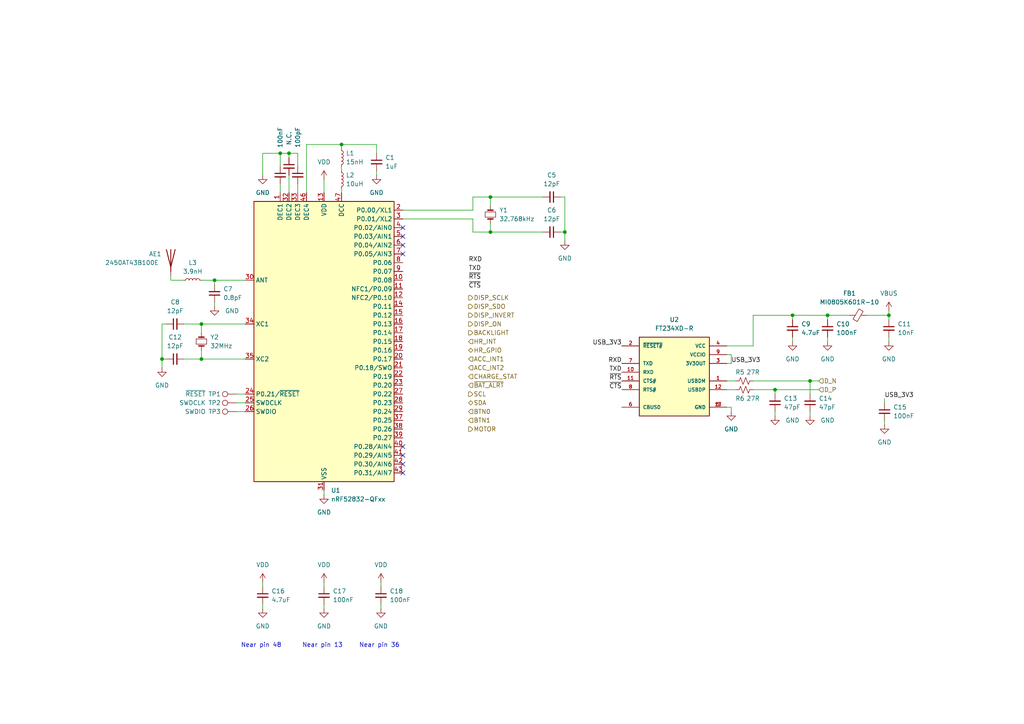
<source format=kicad_sch>
(kicad_sch (version 20230121) (generator eeschema)

  (uuid fd64b826-1156-4158-8cf1-79fca7ca8e68)

  (paper "A4")

  (lib_symbols
    (symbol "Connector:TestPoint" (pin_numbers hide) (pin_names (offset 0.762) hide) (in_bom yes) (on_board yes)
      (property "Reference" "TP" (at 0 6.858 0)
        (effects (font (size 1.27 1.27)))
      )
      (property "Value" "TestPoint" (at 0 5.08 0)
        (effects (font (size 1.27 1.27)))
      )
      (property "Footprint" "" (at 5.08 0 0)
        (effects (font (size 1.27 1.27)) hide)
      )
      (property "Datasheet" "~" (at 5.08 0 0)
        (effects (font (size 1.27 1.27)) hide)
      )
      (property "ki_keywords" "test point tp" (at 0 0 0)
        (effects (font (size 1.27 1.27)) hide)
      )
      (property "ki_description" "test point" (at 0 0 0)
        (effects (font (size 1.27 1.27)) hide)
      )
      (property "ki_fp_filters" "Pin* Test*" (at 0 0 0)
        (effects (font (size 1.27 1.27)) hide)
      )
      (symbol "TestPoint_0_1"
        (circle (center 0 3.302) (radius 0.762)
          (stroke (width 0) (type default))
          (fill (type none))
        )
      )
      (symbol "TestPoint_1_1"
        (pin passive line (at 0 0 90) (length 2.54)
          (name "1" (effects (font (size 1.27 1.27))))
          (number "1" (effects (font (size 1.27 1.27))))
        )
      )
    )
    (symbol "Device:Antenna" (pin_numbers hide) (pin_names (offset 1.016) hide) (in_bom yes) (on_board yes)
      (property "Reference" "AE" (at -1.905 1.905 0)
        (effects (font (size 1.27 1.27)) (justify right))
      )
      (property "Value" "Antenna" (at -1.905 0 0)
        (effects (font (size 1.27 1.27)) (justify right))
      )
      (property "Footprint" "" (at 0 0 0)
        (effects (font (size 1.27 1.27)) hide)
      )
      (property "Datasheet" "~" (at 0 0 0)
        (effects (font (size 1.27 1.27)) hide)
      )
      (property "ki_keywords" "antenna" (at 0 0 0)
        (effects (font (size 1.27 1.27)) hide)
      )
      (property "ki_description" "Antenna" (at 0 0 0)
        (effects (font (size 1.27 1.27)) hide)
      )
      (symbol "Antenna_0_1"
        (polyline
          (pts
            (xy 0 2.54)
            (xy 0 -3.81)
          )
          (stroke (width 0.254) (type default))
          (fill (type none))
        )
        (polyline
          (pts
            (xy 1.27 2.54)
            (xy 0 -2.54)
            (xy -1.27 2.54)
          )
          (stroke (width 0.254) (type default))
          (fill (type none))
        )
      )
      (symbol "Antenna_1_1"
        (pin input line (at 0 -5.08 90) (length 2.54)
          (name "A" (effects (font (size 1.27 1.27))))
          (number "1" (effects (font (size 1.27 1.27))))
        )
      )
    )
    (symbol "Device:C_Small" (pin_numbers hide) (pin_names (offset 0.254) hide) (in_bom yes) (on_board yes)
      (property "Reference" "C" (at 0.254 1.778 0)
        (effects (font (size 1.27 1.27)) (justify left))
      )
      (property "Value" "C_Small" (at 0.254 -2.032 0)
        (effects (font (size 1.27 1.27)) (justify left))
      )
      (property "Footprint" "" (at 0 0 0)
        (effects (font (size 1.27 1.27)) hide)
      )
      (property "Datasheet" "~" (at 0 0 0)
        (effects (font (size 1.27 1.27)) hide)
      )
      (property "ki_keywords" "capacitor cap" (at 0 0 0)
        (effects (font (size 1.27 1.27)) hide)
      )
      (property "ki_description" "Unpolarized capacitor, small symbol" (at 0 0 0)
        (effects (font (size 1.27 1.27)) hide)
      )
      (property "ki_fp_filters" "C_*" (at 0 0 0)
        (effects (font (size 1.27 1.27)) hide)
      )
      (symbol "C_Small_0_1"
        (polyline
          (pts
            (xy -1.524 -0.508)
            (xy 1.524 -0.508)
          )
          (stroke (width 0.3302) (type default))
          (fill (type none))
        )
        (polyline
          (pts
            (xy -1.524 0.508)
            (xy 1.524 0.508)
          )
          (stroke (width 0.3048) (type default))
          (fill (type none))
        )
      )
      (symbol "C_Small_1_1"
        (pin passive line (at 0 2.54 270) (length 2.032)
          (name "~" (effects (font (size 1.27 1.27))))
          (number "1" (effects (font (size 1.27 1.27))))
        )
        (pin passive line (at 0 -2.54 90) (length 2.032)
          (name "~" (effects (font (size 1.27 1.27))))
          (number "2" (effects (font (size 1.27 1.27))))
        )
      )
    )
    (symbol "Device:Crystal_Small" (pin_numbers hide) (pin_names (offset 1.016) hide) (in_bom yes) (on_board yes)
      (property "Reference" "Y" (at 0 2.54 0)
        (effects (font (size 1.27 1.27)))
      )
      (property "Value" "Crystal_Small" (at 0 -2.54 0)
        (effects (font (size 1.27 1.27)))
      )
      (property "Footprint" "" (at 0 0 0)
        (effects (font (size 1.27 1.27)) hide)
      )
      (property "Datasheet" "~" (at 0 0 0)
        (effects (font (size 1.27 1.27)) hide)
      )
      (property "ki_keywords" "quartz ceramic resonator oscillator" (at 0 0 0)
        (effects (font (size 1.27 1.27)) hide)
      )
      (property "ki_description" "Two pin crystal, small symbol" (at 0 0 0)
        (effects (font (size 1.27 1.27)) hide)
      )
      (property "ki_fp_filters" "Crystal*" (at 0 0 0)
        (effects (font (size 1.27 1.27)) hide)
      )
      (symbol "Crystal_Small_0_1"
        (rectangle (start -0.762 -1.524) (end 0.762 1.524)
          (stroke (width 0) (type default))
          (fill (type none))
        )
        (polyline
          (pts
            (xy -1.27 -0.762)
            (xy -1.27 0.762)
          )
          (stroke (width 0.381) (type default))
          (fill (type none))
        )
        (polyline
          (pts
            (xy 1.27 -0.762)
            (xy 1.27 0.762)
          )
          (stroke (width 0.381) (type default))
          (fill (type none))
        )
      )
      (symbol "Crystal_Small_1_1"
        (pin passive line (at -2.54 0 0) (length 1.27)
          (name "1" (effects (font (size 1.27 1.27))))
          (number "1" (effects (font (size 1.27 1.27))))
        )
        (pin passive line (at 2.54 0 180) (length 1.27)
          (name "2" (effects (font (size 1.27 1.27))))
          (number "2" (effects (font (size 1.27 1.27))))
        )
      )
    )
    (symbol "Device:FerriteBead_Small" (pin_numbers hide) (pin_names (offset 0)) (in_bom yes) (on_board yes)
      (property "Reference" "FB" (at 1.905 1.27 0)
        (effects (font (size 1.27 1.27)) (justify left))
      )
      (property "Value" "FerriteBead_Small" (at 1.905 -1.27 0)
        (effects (font (size 1.27 1.27)) (justify left))
      )
      (property "Footprint" "" (at -1.778 0 90)
        (effects (font (size 1.27 1.27)) hide)
      )
      (property "Datasheet" "~" (at 0 0 0)
        (effects (font (size 1.27 1.27)) hide)
      )
      (property "ki_keywords" "L ferrite bead inductor filter" (at 0 0 0)
        (effects (font (size 1.27 1.27)) hide)
      )
      (property "ki_description" "Ferrite bead, small symbol" (at 0 0 0)
        (effects (font (size 1.27 1.27)) hide)
      )
      (property "ki_fp_filters" "Inductor_* L_* *Ferrite*" (at 0 0 0)
        (effects (font (size 1.27 1.27)) hide)
      )
      (symbol "FerriteBead_Small_0_1"
        (polyline
          (pts
            (xy 0 -1.27)
            (xy 0 -0.7874)
          )
          (stroke (width 0) (type default))
          (fill (type none))
        )
        (polyline
          (pts
            (xy 0 0.889)
            (xy 0 1.2954)
          )
          (stroke (width 0) (type default))
          (fill (type none))
        )
        (polyline
          (pts
            (xy -1.8288 0.2794)
            (xy -1.1176 1.4986)
            (xy 1.8288 -0.2032)
            (xy 1.1176 -1.4224)
            (xy -1.8288 0.2794)
          )
          (stroke (width 0) (type default))
          (fill (type none))
        )
      )
      (symbol "FerriteBead_Small_1_1"
        (pin passive line (at 0 2.54 270) (length 1.27)
          (name "~" (effects (font (size 1.27 1.27))))
          (number "1" (effects (font (size 1.27 1.27))))
        )
        (pin passive line (at 0 -2.54 90) (length 1.27)
          (name "~" (effects (font (size 1.27 1.27))))
          (number "2" (effects (font (size 1.27 1.27))))
        )
      )
    )
    (symbol "Device:L_Small" (pin_numbers hide) (pin_names (offset 0.254) hide) (in_bom yes) (on_board yes)
      (property "Reference" "L" (at 0.762 1.016 0)
        (effects (font (size 1.27 1.27)) (justify left))
      )
      (property "Value" "L_Small" (at 0.762 -1.016 0)
        (effects (font (size 1.27 1.27)) (justify left))
      )
      (property "Footprint" "" (at 0 0 0)
        (effects (font (size 1.27 1.27)) hide)
      )
      (property "Datasheet" "~" (at 0 0 0)
        (effects (font (size 1.27 1.27)) hide)
      )
      (property "ki_keywords" "inductor choke coil reactor magnetic" (at 0 0 0)
        (effects (font (size 1.27 1.27)) hide)
      )
      (property "ki_description" "Inductor, small symbol" (at 0 0 0)
        (effects (font (size 1.27 1.27)) hide)
      )
      (property "ki_fp_filters" "Choke_* *Coil* Inductor_* L_*" (at 0 0 0)
        (effects (font (size 1.27 1.27)) hide)
      )
      (symbol "L_Small_0_1"
        (arc (start 0 -2.032) (mid 0.5058 -1.524) (end 0 -1.016)
          (stroke (width 0) (type default))
          (fill (type none))
        )
        (arc (start 0 -1.016) (mid 0.5058 -0.508) (end 0 0)
          (stroke (width 0) (type default))
          (fill (type none))
        )
        (arc (start 0 0) (mid 0.5058 0.508) (end 0 1.016)
          (stroke (width 0) (type default))
          (fill (type none))
        )
        (arc (start 0 1.016) (mid 0.5058 1.524) (end 0 2.032)
          (stroke (width 0) (type default))
          (fill (type none))
        )
      )
      (symbol "L_Small_1_1"
        (pin passive line (at 0 2.54 270) (length 0.508)
          (name "~" (effects (font (size 1.27 1.27))))
          (number "1" (effects (font (size 1.27 1.27))))
        )
        (pin passive line (at 0 -2.54 90) (length 0.508)
          (name "~" (effects (font (size 1.27 1.27))))
          (number "2" (effects (font (size 1.27 1.27))))
        )
      )
    )
    (symbol "Device:R_Small_US" (pin_numbers hide) (pin_names (offset 0.254) hide) (in_bom yes) (on_board yes)
      (property "Reference" "R" (at 0.762 0.508 0)
        (effects (font (size 1.27 1.27)) (justify left))
      )
      (property "Value" "R_Small_US" (at 0.762 -1.016 0)
        (effects (font (size 1.27 1.27)) (justify left))
      )
      (property "Footprint" "" (at 0 0 0)
        (effects (font (size 1.27 1.27)) hide)
      )
      (property "Datasheet" "~" (at 0 0 0)
        (effects (font (size 1.27 1.27)) hide)
      )
      (property "ki_keywords" "r resistor" (at 0 0 0)
        (effects (font (size 1.27 1.27)) hide)
      )
      (property "ki_description" "Resistor, small US symbol" (at 0 0 0)
        (effects (font (size 1.27 1.27)) hide)
      )
      (property "ki_fp_filters" "R_*" (at 0 0 0)
        (effects (font (size 1.27 1.27)) hide)
      )
      (symbol "R_Small_US_1_1"
        (polyline
          (pts
            (xy 0 0)
            (xy 1.016 -0.381)
            (xy 0 -0.762)
            (xy -1.016 -1.143)
            (xy 0 -1.524)
          )
          (stroke (width 0) (type default))
          (fill (type none))
        )
        (polyline
          (pts
            (xy 0 1.524)
            (xy 1.016 1.143)
            (xy 0 0.762)
            (xy -1.016 0.381)
            (xy 0 0)
          )
          (stroke (width 0) (type default))
          (fill (type none))
        )
        (pin passive line (at 0 2.54 270) (length 1.016)
          (name "~" (effects (font (size 1.27 1.27))))
          (number "1" (effects (font (size 1.27 1.27))))
        )
        (pin passive line (at 0 -2.54 90) (length 1.016)
          (name "~" (effects (font (size 1.27 1.27))))
          (number "2" (effects (font (size 1.27 1.27))))
        )
      )
    )
    (symbol "MCU_Nordic:nRF52832-QFxx" (in_bom yes) (on_board yes)
      (property "Reference" "U" (at 0 1.27 0)
        (effects (font (size 1.27 1.27)))
      )
      (property "Value" "nRF52832-QFxx" (at 0 -1.27 0)
        (effects (font (size 1.27 1.27)))
      )
      (property "Footprint" "Package_DFN_QFN:QFN-48-1EP_6x6mm_P0.4mm_EP4.6x4.6mm" (at 0 -53.34 0)
        (effects (font (size 1.27 1.27)) hide)
      )
      (property "Datasheet" "http://infocenter.nordicsemi.com/pdf/nRF52832_PS_v1.4.pdf" (at -12.7 5.08 0)
        (effects (font (size 1.27 1.27)) hide)
      )
      (property "ki_keywords" "MCU, ARM, BLE, 2.4GHz" (at 0 0 0)
        (effects (font (size 1.27 1.27)) hide)
      )
      (property "ki_description" "Multiprotocol BLE/2.4GHz Cortex-M4 SoC, QFN-48" (at 0 0 0)
        (effects (font (size 1.27 1.27)) hide)
      )
      (property "ki_fp_filters" "QFN*1EP*6x6mm*P0.4mm*" (at 0 0 0)
        (effects (font (size 1.27 1.27)) hide)
      )
      (symbol "nRF52832-QFxx_0_1"
        (rectangle (start -20.32 40.64) (end 20.32 -40.64)
          (stroke (width 0.254) (type default))
          (fill (type background))
        )
      )
      (symbol "nRF52832-QFxx_1_1"
        (pin passive line (at -12.7 43.18 270) (length 2.54)
          (name "DEC1" (effects (font (size 1.27 1.27))))
          (number "1" (effects (font (size 1.27 1.27))))
        )
        (pin bidirectional line (at 22.86 17.78 180) (length 2.54)
          (name "P0.08" (effects (font (size 1.27 1.27))))
          (number "10" (effects (font (size 1.27 1.27))))
        )
        (pin bidirectional line (at 22.86 15.24 180) (length 2.54)
          (name "NFC1/P0.09" (effects (font (size 1.27 1.27))))
          (number "11" (effects (font (size 1.27 1.27))))
        )
        (pin bidirectional line (at 22.86 12.7 180) (length 2.54)
          (name "NFC2/P0.10" (effects (font (size 1.27 1.27))))
          (number "12" (effects (font (size 1.27 1.27))))
        )
        (pin power_in line (at 0 43.18 270) (length 2.54)
          (name "VDD" (effects (font (size 1.27 1.27))))
          (number "13" (effects (font (size 1.27 1.27))))
        )
        (pin bidirectional line (at 22.86 10.16 180) (length 2.54)
          (name "P0.11" (effects (font (size 1.27 1.27))))
          (number "14" (effects (font (size 1.27 1.27))))
        )
        (pin bidirectional line (at 22.86 7.62 180) (length 2.54)
          (name "P0.12" (effects (font (size 1.27 1.27))))
          (number "15" (effects (font (size 1.27 1.27))))
        )
        (pin bidirectional line (at 22.86 5.08 180) (length 2.54)
          (name "P0.13" (effects (font (size 1.27 1.27))))
          (number "16" (effects (font (size 1.27 1.27))))
        )
        (pin bidirectional line (at 22.86 2.54 180) (length 2.54)
          (name "P0.14" (effects (font (size 1.27 1.27))))
          (number "17" (effects (font (size 1.27 1.27))))
        )
        (pin bidirectional line (at 22.86 0 180) (length 2.54)
          (name "P0.15" (effects (font (size 1.27 1.27))))
          (number "18" (effects (font (size 1.27 1.27))))
        )
        (pin bidirectional line (at 22.86 -2.54 180) (length 2.54)
          (name "P0.16" (effects (font (size 1.27 1.27))))
          (number "19" (effects (font (size 1.27 1.27))))
        )
        (pin bidirectional line (at 22.86 38.1 180) (length 2.54)
          (name "P0.00/XL1" (effects (font (size 1.27 1.27))))
          (number "2" (effects (font (size 1.27 1.27))))
        )
        (pin bidirectional line (at 22.86 -5.08 180) (length 2.54)
          (name "P0.17" (effects (font (size 1.27 1.27))))
          (number "20" (effects (font (size 1.27 1.27))))
        )
        (pin bidirectional line (at 22.86 -7.62 180) (length 2.54)
          (name "P0.18/SWO" (effects (font (size 1.27 1.27))))
          (number "21" (effects (font (size 1.27 1.27))))
        )
        (pin bidirectional line (at 22.86 -10.16 180) (length 2.54)
          (name "P0.19" (effects (font (size 1.27 1.27))))
          (number "22" (effects (font (size 1.27 1.27))))
        )
        (pin bidirectional line (at 22.86 -12.7 180) (length 2.54)
          (name "P0.20" (effects (font (size 1.27 1.27))))
          (number "23" (effects (font (size 1.27 1.27))))
        )
        (pin bidirectional line (at -22.86 -15.24 0) (length 2.54)
          (name "P0.21/~{RESET}" (effects (font (size 1.27 1.27))))
          (number "24" (effects (font (size 1.27 1.27))))
        )
        (pin input line (at -22.86 -17.78 0) (length 2.54)
          (name "SWDCLK" (effects (font (size 1.27 1.27))))
          (number "25" (effects (font (size 1.27 1.27))))
        )
        (pin bidirectional line (at -22.86 -20.32 0) (length 2.54)
          (name "SWDIO" (effects (font (size 1.27 1.27))))
          (number "26" (effects (font (size 1.27 1.27))))
        )
        (pin bidirectional line (at 22.86 -15.24 180) (length 2.54)
          (name "P0.22" (effects (font (size 1.27 1.27))))
          (number "27" (effects (font (size 1.27 1.27))))
        )
        (pin bidirectional line (at 22.86 -17.78 180) (length 2.54)
          (name "P0.23" (effects (font (size 1.27 1.27))))
          (number "28" (effects (font (size 1.27 1.27))))
        )
        (pin bidirectional line (at 22.86 -20.32 180) (length 2.54)
          (name "P0.24" (effects (font (size 1.27 1.27))))
          (number "29" (effects (font (size 1.27 1.27))))
        )
        (pin bidirectional line (at 22.86 35.56 180) (length 2.54)
          (name "P0.01/XL2" (effects (font (size 1.27 1.27))))
          (number "3" (effects (font (size 1.27 1.27))))
        )
        (pin passive line (at -22.86 17.78 0) (length 2.54)
          (name "ANT" (effects (font (size 1.27 1.27))))
          (number "30" (effects (font (size 1.27 1.27))))
        )
        (pin power_in line (at 0 -43.18 90) (length 2.54)
          (name "VSS" (effects (font (size 1.27 1.27))))
          (number "31" (effects (font (size 1.27 1.27))))
        )
        (pin passive line (at -10.16 43.18 270) (length 2.54)
          (name "DEC2" (effects (font (size 1.27 1.27))))
          (number "32" (effects (font (size 1.27 1.27))))
        )
        (pin passive line (at -7.62 43.18 270) (length 2.54)
          (name "DEC3" (effects (font (size 1.27 1.27))))
          (number "33" (effects (font (size 1.27 1.27))))
        )
        (pin input line (at -22.86 5.08 0) (length 2.54)
          (name "XC1" (effects (font (size 1.27 1.27))))
          (number "34" (effects (font (size 1.27 1.27))))
        )
        (pin input line (at -22.86 -5.08 0) (length 2.54)
          (name "XC2" (effects (font (size 1.27 1.27))))
          (number "35" (effects (font (size 1.27 1.27))))
        )
        (pin passive line (at 0 43.18 270) (length 2.54) hide
          (name "VDD" (effects (font (size 1.27 1.27))))
          (number "36" (effects (font (size 1.27 1.27))))
        )
        (pin bidirectional line (at 22.86 -22.86 180) (length 2.54)
          (name "P0.25" (effects (font (size 1.27 1.27))))
          (number "37" (effects (font (size 1.27 1.27))))
        )
        (pin bidirectional line (at 22.86 -25.4 180) (length 2.54)
          (name "P0.26" (effects (font (size 1.27 1.27))))
          (number "38" (effects (font (size 1.27 1.27))))
        )
        (pin bidirectional line (at 22.86 -27.94 180) (length 2.54)
          (name "P0.27" (effects (font (size 1.27 1.27))))
          (number "39" (effects (font (size 1.27 1.27))))
        )
        (pin bidirectional line (at 22.86 33.02 180) (length 2.54)
          (name "P0.02/AIN0" (effects (font (size 1.27 1.27))))
          (number "4" (effects (font (size 1.27 1.27))))
        )
        (pin bidirectional line (at 22.86 -30.48 180) (length 2.54)
          (name "P0.28/AIN4" (effects (font (size 1.27 1.27))))
          (number "40" (effects (font (size 1.27 1.27))))
        )
        (pin bidirectional line (at 22.86 -33.02 180) (length 2.54)
          (name "P0.29/AIN5" (effects (font (size 1.27 1.27))))
          (number "41" (effects (font (size 1.27 1.27))))
        )
        (pin bidirectional line (at 22.86 -35.56 180) (length 2.54)
          (name "P0.30/AIN6" (effects (font (size 1.27 1.27))))
          (number "42" (effects (font (size 1.27 1.27))))
        )
        (pin bidirectional line (at 22.86 -38.1 180) (length 2.54)
          (name "P0.31/AIN7" (effects (font (size 1.27 1.27))))
          (number "43" (effects (font (size 1.27 1.27))))
        )
        (pin no_connect line (at -20.32 -30.48 0) (length 2.54) hide
          (name "NC" (effects (font (size 1.27 1.27))))
          (number "44" (effects (font (size 1.27 1.27))))
        )
        (pin passive line (at 0 -43.18 90) (length 2.54) hide
          (name "VSS" (effects (font (size 1.27 1.27))))
          (number "45" (effects (font (size 1.27 1.27))))
        )
        (pin passive line (at -5.08 43.18 270) (length 2.54)
          (name "DEC4" (effects (font (size 1.27 1.27))))
          (number "46" (effects (font (size 1.27 1.27))))
        )
        (pin power_out line (at 5.08 43.18 270) (length 2.54)
          (name "DCC" (effects (font (size 1.27 1.27))))
          (number "47" (effects (font (size 1.27 1.27))))
        )
        (pin passive line (at 0 43.18 270) (length 2.54) hide
          (name "VDD" (effects (font (size 1.27 1.27))))
          (number "48" (effects (font (size 1.27 1.27))))
        )
        (pin passive line (at 0 -43.18 90) (length 2.54) hide
          (name "VSS" (effects (font (size 1.27 1.27))))
          (number "49" (effects (font (size 1.27 1.27))))
        )
        (pin bidirectional line (at 22.86 30.48 180) (length 2.54)
          (name "P0.03/AIN1" (effects (font (size 1.27 1.27))))
          (number "5" (effects (font (size 1.27 1.27))))
        )
        (pin bidirectional line (at 22.86 27.94 180) (length 2.54)
          (name "P0.04/AIN2" (effects (font (size 1.27 1.27))))
          (number "6" (effects (font (size 1.27 1.27))))
        )
        (pin bidirectional line (at 22.86 25.4 180) (length 2.54)
          (name "P0.05/AIN3" (effects (font (size 1.27 1.27))))
          (number "7" (effects (font (size 1.27 1.27))))
        )
        (pin bidirectional line (at 22.86 22.86 180) (length 2.54)
          (name "P0.06" (effects (font (size 1.27 1.27))))
          (number "8" (effects (font (size 1.27 1.27))))
        )
        (pin bidirectional line (at 22.86 20.32 180) (length 2.54)
          (name "P0.07" (effects (font (size 1.27 1.27))))
          (number "9" (effects (font (size 1.27 1.27))))
        )
      )
    )
    (symbol "power:GND" (power) (pin_names (offset 0)) (in_bom yes) (on_board yes)
      (property "Reference" "#PWR" (at 0 -6.35 0)
        (effects (font (size 1.27 1.27)) hide)
      )
      (property "Value" "GND" (at 0 -3.81 0)
        (effects (font (size 1.27 1.27)))
      )
      (property "Footprint" "" (at 0 0 0)
        (effects (font (size 1.27 1.27)) hide)
      )
      (property "Datasheet" "" (at 0 0 0)
        (effects (font (size 1.27 1.27)) hide)
      )
      (property "ki_keywords" "power-flag" (at 0 0 0)
        (effects (font (size 1.27 1.27)) hide)
      )
      (property "ki_description" "Power symbol creates a global label with name \"GND\" , ground" (at 0 0 0)
        (effects (font (size 1.27 1.27)) hide)
      )
      (symbol "GND_0_1"
        (polyline
          (pts
            (xy 0 0)
            (xy 0 -1.27)
            (xy 1.27 -1.27)
            (xy 0 -2.54)
            (xy -1.27 -1.27)
            (xy 0 -1.27)
          )
          (stroke (width 0) (type default))
          (fill (type none))
        )
      )
      (symbol "GND_1_1"
        (pin power_in line (at 0 0 270) (length 0) hide
          (name "GND" (effects (font (size 1.27 1.27))))
          (number "1" (effects (font (size 1.27 1.27))))
        )
      )
    )
    (symbol "power:VBUS" (power) (pin_names (offset 0)) (in_bom yes) (on_board yes)
      (property "Reference" "#PWR" (at 0 -3.81 0)
        (effects (font (size 1.27 1.27)) hide)
      )
      (property "Value" "VBUS" (at 0 3.81 0)
        (effects (font (size 1.27 1.27)))
      )
      (property "Footprint" "" (at 0 0 0)
        (effects (font (size 1.27 1.27)) hide)
      )
      (property "Datasheet" "" (at 0 0 0)
        (effects (font (size 1.27 1.27)) hide)
      )
      (property "ki_keywords" "power-flag" (at 0 0 0)
        (effects (font (size 1.27 1.27)) hide)
      )
      (property "ki_description" "Power symbol creates a global label with name \"VBUS\"" (at 0 0 0)
        (effects (font (size 1.27 1.27)) hide)
      )
      (symbol "VBUS_0_1"
        (polyline
          (pts
            (xy -0.762 1.27)
            (xy 0 2.54)
          )
          (stroke (width 0) (type default))
          (fill (type none))
        )
        (polyline
          (pts
            (xy 0 0)
            (xy 0 2.54)
          )
          (stroke (width 0) (type default))
          (fill (type none))
        )
        (polyline
          (pts
            (xy 0 2.54)
            (xy 0.762 1.27)
          )
          (stroke (width 0) (type default))
          (fill (type none))
        )
      )
      (symbol "VBUS_1_1"
        (pin power_in line (at 0 0 90) (length 0) hide
          (name "VBUS" (effects (font (size 1.27 1.27))))
          (number "1" (effects (font (size 1.27 1.27))))
        )
      )
    )
    (symbol "power:VDD" (power) (pin_names (offset 0)) (in_bom yes) (on_board yes)
      (property "Reference" "#PWR" (at 0 -3.81 0)
        (effects (font (size 1.27 1.27)) hide)
      )
      (property "Value" "VDD" (at 0 3.81 0)
        (effects (font (size 1.27 1.27)))
      )
      (property "Footprint" "" (at 0 0 0)
        (effects (font (size 1.27 1.27)) hide)
      )
      (property "Datasheet" "" (at 0 0 0)
        (effects (font (size 1.27 1.27)) hide)
      )
      (property "ki_keywords" "power-flag" (at 0 0 0)
        (effects (font (size 1.27 1.27)) hide)
      )
      (property "ki_description" "Power symbol creates a global label with name \"VDD\"" (at 0 0 0)
        (effects (font (size 1.27 1.27)) hide)
      )
      (symbol "VDD_0_1"
        (polyline
          (pts
            (xy -0.762 1.27)
            (xy 0 2.54)
          )
          (stroke (width 0) (type default))
          (fill (type none))
        )
        (polyline
          (pts
            (xy 0 0)
            (xy 0 2.54)
          )
          (stroke (width 0) (type default))
          (fill (type none))
        )
        (polyline
          (pts
            (xy 0 2.54)
            (xy 0.762 1.27)
          )
          (stroke (width 0) (type default))
          (fill (type none))
        )
      )
      (symbol "VDD_1_1"
        (pin power_in line (at 0 0 90) (length 0) hide
          (name "VDD" (effects (font (size 1.27 1.27))))
          (number "1" (effects (font (size 1.27 1.27))))
        )
      )
    )
    (symbol "watch:FT234XD-R" (pin_names (offset 1.016)) (in_bom yes) (on_board yes)
      (property "Reference" "U" (at -10.16 13.97 0)
        (effects (font (size 1.27 1.27)) (justify left bottom))
      )
      (property "Value" "FT234XD-R" (at -10.16 -11.43 0)
        (effects (font (size 1.27 1.27)) (justify left top))
      )
      (property "Footprint" "watch:SON45P300X300X80-13N" (at 0 0 0)
        (effects (font (size 1.27 1.27)) (justify bottom) hide)
      )
      (property "Datasheet" "" (at 0 0 0)
        (effects (font (size 1.27 1.27)) hide)
      )
      (property "MANUFACTURER" "FTDI" (at 0 0 0)
        (effects (font (size 1.27 1.27)) (justify bottom) hide)
      )
      (property "STANDARD" "IPC-7351B" (at 0 0 0)
        (effects (font (size 1.27 1.27)) (justify bottom) hide)
      )
      (property "PARTREV" "Version 1.2" (at 0 0 0)
        (effects (font (size 1.27 1.27)) (justify bottom) hide)
      )
      (property "MAXIMUM_PACKAGE_HEIGHT" "0.8mm" (at 0 0 0)
        (effects (font (size 1.27 1.27)) (justify bottom) hide)
      )
      (symbol "FT234XD-R_0_0"
        (rectangle (start -10.16 -10.16) (end 10.16 12.7)
          (stroke (width 0.254) (type default))
          (fill (type background))
        )
        (pin bidirectional line (at 15.24 0 180) (length 5.08)
          (name "USBDM" (effects (font (size 1.016 1.016))))
          (number "1" (effects (font (size 1.016 1.016))))
        )
        (pin input line (at -15.24 2.54 0) (length 5.08)
          (name "RXD" (effects (font (size 1.016 1.016))))
          (number "10" (effects (font (size 1.016 1.016))))
        )
        (pin input line (at -15.24 0 0) (length 5.08)
          (name "CTS#" (effects (font (size 1.016 1.016))))
          (number "11" (effects (font (size 1.016 1.016))))
        )
        (pin bidirectional line (at 15.24 -2.54 180) (length 5.08)
          (name "USBDP" (effects (font (size 1.016 1.016))))
          (number "12" (effects (font (size 1.016 1.016))))
        )
        (pin power_in line (at 15.24 -7.62 180) (length 5.08)
          (name "GND" (effects (font (size 1.016 1.016))))
          (number "13" (effects (font (size 1.016 1.016))))
        )
        (pin input line (at -15.24 10.16 0) (length 5.08)
          (name "~{RESET#}" (effects (font (size 1.016 1.016))))
          (number "2" (effects (font (size 1.016 1.016))))
        )
        (pin output line (at 15.24 5.08 180) (length 5.08)
          (name "3V3OUT" (effects (font (size 1.016 1.016))))
          (number "3" (effects (font (size 1.016 1.016))))
        )
        (pin power_in line (at 15.24 10.16 180) (length 5.08)
          (name "VCC" (effects (font (size 1.016 1.016))))
          (number "4" (effects (font (size 1.016 1.016))))
        )
        (pin power_in line (at 15.24 -7.62 180) (length 5.08)
          (name "GND" (effects (font (size 1.016 1.016))))
          (number "5" (effects (font (size 1.016 1.016))))
        )
        (pin bidirectional line (at -15.24 -7.62 0) (length 5.08)
          (name "CBUS0" (effects (font (size 1.016 1.016))))
          (number "6" (effects (font (size 1.016 1.016))))
        )
        (pin output line (at -15.24 5.08 0) (length 5.08)
          (name "TXD" (effects (font (size 1.016 1.016))))
          (number "7" (effects (font (size 1.016 1.016))))
        )
        (pin output line (at -15.24 -2.54 0) (length 5.08)
          (name "RTS#" (effects (font (size 1.016 1.016))))
          (number "8" (effects (font (size 1.016 1.016))))
        )
        (pin power_in line (at 15.24 7.62 180) (length 5.08)
          (name "VCCIO" (effects (font (size 1.016 1.016))))
          (number "9" (effects (font (size 1.016 1.016))))
        )
      )
    )
  )

  (junction (at 229.87 91.44) (diameter 0) (color 0 0 0 0)
    (uuid 031b3411-737d-4d93-81f0-d1a0a792cd1c)
  )
  (junction (at 99.06 41.91) (diameter 0) (color 0 0 0 0)
    (uuid 054b5605-c23d-4720-9632-e9d4fbeb4f7a)
  )
  (junction (at 224.79 113.03) (diameter 0) (color 0 0 0 0)
    (uuid 0aa0b0dc-035d-4f83-bb4f-25a31ad19cba)
  )
  (junction (at 142.24 67.31) (diameter 0) (color 0 0 0 0)
    (uuid 11f23cce-1a8c-4964-b14e-5169fb56e912)
  )
  (junction (at 83.82 44.45) (diameter 0) (color 0 0 0 0)
    (uuid 1e48a890-44c6-4a65-a91c-3905d3606dac)
  )
  (junction (at 142.24 57.15) (diameter 0) (color 0 0 0 0)
    (uuid 2a589499-675a-42c7-a125-5a96c41343ad)
  )
  (junction (at 81.28 44.45) (diameter 0) (color 0 0 0 0)
    (uuid 3a08568c-84b4-47ed-9772-57c7bf60c841)
  )
  (junction (at 46.99 104.14) (diameter 0) (color 0 0 0 0)
    (uuid 4ae740a2-b903-49b5-a939-e0c2919da903)
  )
  (junction (at 240.03 91.44) (diameter 0) (color 0 0 0 0)
    (uuid 7e2e4f30-b5dc-49c6-89f8-d462bf219f82)
  )
  (junction (at 257.81 91.44) (diameter 0) (color 0 0 0 0)
    (uuid 9673eacf-2905-4fd1-98fd-dae45e24240c)
  )
  (junction (at 58.42 93.98) (diameter 0) (color 0 0 0 0)
    (uuid 9867e4f5-e00c-4142-93c5-928c0b556a4a)
  )
  (junction (at 234.95 110.49) (diameter 0) (color 0 0 0 0)
    (uuid bed25e01-97d3-4e56-bb68-fa7032810dbf)
  )
  (junction (at 62.23 81.28) (diameter 0) (color 0 0 0 0)
    (uuid c773aa93-f199-46a4-8996-99887696d778)
  )
  (junction (at 58.42 104.14) (diameter 0) (color 0 0 0 0)
    (uuid e77bf117-6792-4b8e-88b2-8e91ffef19aa)
  )
  (junction (at 163.83 67.31) (diameter 0) (color 0 0 0 0)
    (uuid fb335be5-aa2f-4551-b9a6-c0d1c1572e09)
  )

  (no_connect (at 116.84 129.54) (uuid 25bbef2d-72c2-482c-b40a-fd459174086d))
  (no_connect (at 116.84 73.66) (uuid 2edd7099-4515-40f0-a78c-6a47ae10c783))
  (no_connect (at 116.84 134.62) (uuid 4148b774-e084-463f-902e-8c462f1bb9aa))
  (no_connect (at 116.84 137.16) (uuid 4fc411a4-e5a0-48e6-977e-c296db291f36))
  (no_connect (at 116.84 68.58) (uuid 4ffd675a-b89f-4043-bd16-540f84690028))
  (no_connect (at 116.84 66.04) (uuid 65b44cbf-6cae-451f-840a-7588ab61da28))
  (no_connect (at 116.84 132.08) (uuid a45450c7-9ec0-4a42-80e0-07b0d10a7c9c))
  (no_connect (at 116.84 71.12) (uuid a4d21717-6fbc-453c-a138-d0cbe261591d))

  (wire (pts (xy 83.82 50.8) (xy 83.82 55.88))
    (stroke (width 0) (type default))
    (uuid 001109ac-905f-45b8-ab98-c06a8c699e44)
  )
  (wire (pts (xy 93.98 175.26) (xy 93.98 176.53))
    (stroke (width 0) (type default))
    (uuid 05b87b78-131f-44b0-aa8e-3ea96db65846)
  )
  (wire (pts (xy 93.98 52.07) (xy 93.98 55.88))
    (stroke (width 0) (type default))
    (uuid 091ad8a6-23f2-446d-8c1e-8ee3d4154eec)
  )
  (wire (pts (xy 109.22 44.45) (xy 109.22 41.91))
    (stroke (width 0) (type default))
    (uuid 0f4855f5-fd10-4f5f-89b3-2ecd86796cf9)
  )
  (wire (pts (xy 210.82 100.33) (xy 218.44 100.33))
    (stroke (width 0) (type default))
    (uuid 1161e55e-ee31-4761-b4f0-db1482d5b41f)
  )
  (wire (pts (xy 53.34 93.98) (xy 58.42 93.98))
    (stroke (width 0) (type default))
    (uuid 136b7717-1c1e-4a7f-aa5a-eed3f4976c29)
  )
  (wire (pts (xy 212.09 118.11) (xy 212.09 119.38))
    (stroke (width 0) (type default))
    (uuid 14df8696-ab94-4100-8be6-b2c7511377a3)
  )
  (wire (pts (xy 110.49 175.26) (xy 110.49 176.53))
    (stroke (width 0) (type default))
    (uuid 18477e44-2de6-4646-97be-a6113ded0050)
  )
  (wire (pts (xy 163.83 69.85) (xy 163.83 67.31))
    (stroke (width 0) (type default))
    (uuid 19788f16-8d35-436e-b9e6-a5e2d1869e7a)
  )
  (wire (pts (xy 240.03 97.79) (xy 240.03 99.06))
    (stroke (width 0) (type default))
    (uuid 1a37d2b7-1bc1-4d98-89e2-53f0c1968972)
  )
  (wire (pts (xy 234.95 119.38) (xy 234.95 120.65))
    (stroke (width 0) (type default))
    (uuid 1b174e4e-1940-4c10-b3b2-b3bdbfd4a020)
  )
  (wire (pts (xy 46.99 104.14) (xy 46.99 93.98))
    (stroke (width 0) (type default))
    (uuid 1b499dd3-48ad-45f8-adbd-8b251ec11cb7)
  )
  (wire (pts (xy 81.28 44.45) (xy 83.82 44.45))
    (stroke (width 0) (type default))
    (uuid 1b8aba05-30ca-456f-9a59-cc10b4c3800a)
  )
  (wire (pts (xy 142.24 64.77) (xy 142.24 67.31))
    (stroke (width 0) (type default))
    (uuid 1b8e4a3b-ebd9-4c62-b9fa-9fcb377de2df)
  )
  (wire (pts (xy 76.2 168.91) (xy 76.2 170.18))
    (stroke (width 0) (type default))
    (uuid 1f9304e9-eaf3-43d8-8537-ab354086be5f)
  )
  (wire (pts (xy 46.99 104.14) (xy 48.26 104.14))
    (stroke (width 0) (type default))
    (uuid 220bd909-33d0-4965-975d-768cff1045db)
  )
  (wire (pts (xy 137.16 57.15) (xy 142.24 57.15))
    (stroke (width 0) (type default))
    (uuid 224d17f2-9b11-427c-b200-4d3a74e0ae19)
  )
  (wire (pts (xy 62.23 82.55) (xy 62.23 81.28))
    (stroke (width 0) (type default))
    (uuid 2416e951-1534-42d3-b7af-6f73e230c9ab)
  )
  (wire (pts (xy 62.23 81.28) (xy 71.12 81.28))
    (stroke (width 0) (type default))
    (uuid 25f9e36a-f043-4f5a-b754-b10b0c05df14)
  )
  (wire (pts (xy 58.42 101.6) (xy 58.42 104.14))
    (stroke (width 0) (type default))
    (uuid 2ee629cd-0c01-4a81-8889-0e680312f496)
  )
  (wire (pts (xy 53.34 81.28) (xy 49.53 81.28))
    (stroke (width 0) (type default))
    (uuid 34f3a802-95e6-428e-9915-aab0e59181fc)
  )
  (wire (pts (xy 163.83 67.31) (xy 163.83 57.15))
    (stroke (width 0) (type default))
    (uuid 37259dd8-4729-4a83-babc-a521b876f6d9)
  )
  (wire (pts (xy 68.58 116.84) (xy 71.12 116.84))
    (stroke (width 0) (type default))
    (uuid 3734a302-0a97-4ce5-90bb-d919eba069c2)
  )
  (wire (pts (xy 62.23 87.63) (xy 62.23 88.9))
    (stroke (width 0) (type default))
    (uuid 3bb8006f-6632-4cd3-b29a-50e77e86bd0c)
  )
  (wire (pts (xy 229.87 91.44) (xy 240.03 91.44))
    (stroke (width 0) (type default))
    (uuid 3bc0975c-6dc7-4f0d-867f-1b53cb446adc)
  )
  (wire (pts (xy 234.95 114.3) (xy 234.95 110.49))
    (stroke (width 0) (type default))
    (uuid 3cf348e5-581f-452b-88cb-a3e17dbba8b4)
  )
  (wire (pts (xy 210.82 110.49) (xy 213.36 110.49))
    (stroke (width 0) (type default))
    (uuid 3e71c2ea-d25c-4a06-af05-60a00a090896)
  )
  (wire (pts (xy 116.84 63.5) (xy 137.16 63.5))
    (stroke (width 0) (type default))
    (uuid 3e9bb963-2069-49d5-980f-496e22bd5f0c)
  )
  (wire (pts (xy 257.81 97.79) (xy 257.81 99.06))
    (stroke (width 0) (type default))
    (uuid 3ed2d1ed-d939-4c61-9401-91bb0a09a75c)
  )
  (wire (pts (xy 142.24 57.15) (xy 157.48 57.15))
    (stroke (width 0) (type default))
    (uuid 489ef1f4-523a-4d65-9c60-8c8fef8e0146)
  )
  (wire (pts (xy 58.42 93.98) (xy 58.42 96.52))
    (stroke (width 0) (type default))
    (uuid 4bb31a02-b1b4-470d-874f-656ef17e9cb4)
  )
  (wire (pts (xy 81.28 53.34) (xy 81.28 55.88))
    (stroke (width 0) (type default))
    (uuid 4f0540b6-8c30-4be3-8711-28f8be6beaae)
  )
  (wire (pts (xy 137.16 60.96) (xy 137.16 57.15))
    (stroke (width 0) (type default))
    (uuid 506c3ceb-0243-4879-8253-5dc54d4b56aa)
  )
  (wire (pts (xy 137.16 63.5) (xy 137.16 67.31))
    (stroke (width 0) (type default))
    (uuid 599411c5-c0f2-4413-951c-a6ac7477164b)
  )
  (wire (pts (xy 218.44 100.33) (xy 218.44 91.44))
    (stroke (width 0) (type default))
    (uuid 5c48504d-a845-4996-ba8d-0ac5b531e865)
  )
  (wire (pts (xy 99.06 54.61) (xy 99.06 55.88))
    (stroke (width 0) (type default))
    (uuid 5fe12975-d750-4caa-b875-224bf51a3e8d)
  )
  (wire (pts (xy 210.82 105.41) (xy 212.09 105.41))
    (stroke (width 0) (type default))
    (uuid 67cd6fba-1dab-47f5-a6d5-a0392db4f599)
  )
  (wire (pts (xy 137.16 67.31) (xy 142.24 67.31))
    (stroke (width 0) (type default))
    (uuid 69c66f96-08a4-4943-be8a-e246f7a99802)
  )
  (wire (pts (xy 218.44 91.44) (xy 229.87 91.44))
    (stroke (width 0) (type default))
    (uuid 6c3725cf-76cf-4725-bb38-4f2ccb9605fb)
  )
  (wire (pts (xy 142.24 57.15) (xy 142.24 59.69))
    (stroke (width 0) (type default))
    (uuid 6d4f01d4-1819-48f9-b7c3-b547de73f939)
  )
  (wire (pts (xy 157.48 67.31) (xy 142.24 67.31))
    (stroke (width 0) (type default))
    (uuid 6facd66c-ebd5-4ef6-be8e-aaa92a8d6e6f)
  )
  (wire (pts (xy 58.42 81.28) (xy 62.23 81.28))
    (stroke (width 0) (type default))
    (uuid 6fd222ad-84bc-4fa9-a066-560c9f87776b)
  )
  (wire (pts (xy 210.82 118.11) (xy 212.09 118.11))
    (stroke (width 0) (type default))
    (uuid 710ca332-72aa-448b-8f1b-7aba8348707f)
  )
  (wire (pts (xy 256.54 121.92) (xy 256.54 123.19))
    (stroke (width 0) (type default))
    (uuid 7703d3f3-0a95-428e-9f94-4d8300913cb9)
  )
  (wire (pts (xy 76.2 50.8) (xy 76.2 44.45))
    (stroke (width 0) (type default))
    (uuid 77af6d87-405f-4da8-ac06-a2f4ce47852f)
  )
  (wire (pts (xy 93.98 168.91) (xy 93.98 170.18))
    (stroke (width 0) (type default))
    (uuid 77cc01f4-002f-4d8c-ad2c-ba422c4e9551)
  )
  (wire (pts (xy 257.81 91.44) (xy 257.81 92.71))
    (stroke (width 0) (type default))
    (uuid 7926a555-0542-479e-b374-0f889328145e)
  )
  (wire (pts (xy 224.79 119.38) (xy 224.79 120.65))
    (stroke (width 0) (type default))
    (uuid 7d14430b-0504-46fb-8231-4b3083abaf64)
  )
  (wire (pts (xy 58.42 104.14) (xy 71.12 104.14))
    (stroke (width 0) (type default))
    (uuid 805993f0-3521-4032-95d1-0f6d55c890a4)
  )
  (wire (pts (xy 240.03 91.44) (xy 246.38 91.44))
    (stroke (width 0) (type default))
    (uuid 81d381e2-99b4-4eea-94a3-b2d52a564819)
  )
  (wire (pts (xy 234.95 110.49) (xy 237.49 110.49))
    (stroke (width 0) (type default))
    (uuid 83df8d86-dac2-420a-b583-8ae8f2769b35)
  )
  (wire (pts (xy 218.44 110.49) (xy 234.95 110.49))
    (stroke (width 0) (type default))
    (uuid 8974b144-0277-414d-b746-91f508386d51)
  )
  (wire (pts (xy 76.2 175.26) (xy 76.2 176.53))
    (stroke (width 0) (type default))
    (uuid 8b9143cd-0225-4226-9ac0-b3b16e53c9cf)
  )
  (wire (pts (xy 83.82 44.45) (xy 83.82 45.72))
    (stroke (width 0) (type default))
    (uuid 90464b23-6c9a-4a3a-bedd-5760987fe7bc)
  )
  (wire (pts (xy 49.53 81.28) (xy 49.53 80.01))
    (stroke (width 0) (type default))
    (uuid 98c0f96d-bad9-448f-a4ae-8ad4392c69ea)
  )
  (wire (pts (xy 86.36 53.34) (xy 86.36 55.88))
    (stroke (width 0) (type default))
    (uuid 9bc8beed-32eb-48b4-8cbf-3a4dca379295)
  )
  (wire (pts (xy 58.42 93.98) (xy 71.12 93.98))
    (stroke (width 0) (type default))
    (uuid 9e779067-7c06-4ce2-ae93-1db170b2c742)
  )
  (wire (pts (xy 53.34 104.14) (xy 58.42 104.14))
    (stroke (width 0) (type default))
    (uuid a1b63f48-8ca0-404b-bf9d-7b65e3322ead)
  )
  (wire (pts (xy 224.79 113.03) (xy 237.49 113.03))
    (stroke (width 0) (type default))
    (uuid a220419c-8a2a-4317-8319-b2cd940fb11c)
  )
  (wire (pts (xy 81.28 48.26) (xy 81.28 44.45))
    (stroke (width 0) (type default))
    (uuid a32cb757-6af6-4dcc-b8d2-1bebfbebfaea)
  )
  (wire (pts (xy 212.09 105.41) (xy 212.09 102.87))
    (stroke (width 0) (type default))
    (uuid a53c6c08-3443-4fef-a875-91426a3c27f1)
  )
  (wire (pts (xy 110.49 168.91) (xy 110.49 170.18))
    (stroke (width 0) (type default))
    (uuid a6e12fd3-e27e-459b-a901-667f60b7fe04)
  )
  (wire (pts (xy 218.44 113.03) (xy 224.79 113.03))
    (stroke (width 0) (type default))
    (uuid a865d6b2-ad5d-4a57-aebd-eb67c37511de)
  )
  (wire (pts (xy 76.2 44.45) (xy 81.28 44.45))
    (stroke (width 0) (type default))
    (uuid aa520948-1528-406b-85ee-0c7a6c8e0401)
  )
  (wire (pts (xy 46.99 93.98) (xy 48.26 93.98))
    (stroke (width 0) (type default))
    (uuid aa953fee-00cf-4271-9b12-9adce7be7410)
  )
  (wire (pts (xy 68.58 114.3) (xy 71.12 114.3))
    (stroke (width 0) (type default))
    (uuid aacab2cc-021a-459e-9cb1-c740cdd24d36)
  )
  (wire (pts (xy 212.09 102.87) (xy 210.82 102.87))
    (stroke (width 0) (type default))
    (uuid ac535271-cc46-4a09-a2c1-216cc11e74ac)
  )
  (wire (pts (xy 86.36 44.45) (xy 86.36 48.26))
    (stroke (width 0) (type default))
    (uuid ad13c95b-c71f-4fb3-bfed-96f8219ca6fa)
  )
  (wire (pts (xy 229.87 97.79) (xy 229.87 99.06))
    (stroke (width 0) (type default))
    (uuid ada208b9-eb25-4cba-bdd3-29995d484ca0)
  )
  (wire (pts (xy 257.81 90.17) (xy 257.81 91.44))
    (stroke (width 0) (type default))
    (uuid b264e4d3-6c10-43f7-8c23-f27f041f95c7)
  )
  (wire (pts (xy 88.9 41.91) (xy 99.06 41.91))
    (stroke (width 0) (type default))
    (uuid b63808da-2839-4aa7-b5c7-12baf60b55af)
  )
  (wire (pts (xy 240.03 91.44) (xy 240.03 92.71))
    (stroke (width 0) (type default))
    (uuid b8e69211-b3cb-411b-91ee-8fa598dccec3)
  )
  (wire (pts (xy 109.22 49.53) (xy 109.22 50.8))
    (stroke (width 0) (type default))
    (uuid bab23b8a-1820-4107-b770-343950a17475)
  )
  (wire (pts (xy 163.83 57.15) (xy 162.56 57.15))
    (stroke (width 0) (type default))
    (uuid c604e6ea-10c6-44d2-8aaf-c32888b11971)
  )
  (wire (pts (xy 210.82 113.03) (xy 213.36 113.03))
    (stroke (width 0) (type default))
    (uuid c8468e13-d66a-43bb-8118-45cf5d9d36c1)
  )
  (wire (pts (xy 83.82 44.45) (xy 86.36 44.45))
    (stroke (width 0) (type default))
    (uuid cf3855f4-4605-416a-8638-6bc3f9b14d29)
  )
  (wire (pts (xy 116.84 60.96) (xy 137.16 60.96))
    (stroke (width 0) (type default))
    (uuid d3ae06c9-af6d-490d-8d5d-ee78a53511d4)
  )
  (wire (pts (xy 251.46 91.44) (xy 257.81 91.44))
    (stroke (width 0) (type default))
    (uuid d70ea8a5-c260-4b45-ba7e-3195d53fc990)
  )
  (wire (pts (xy 229.87 91.44) (xy 229.87 92.71))
    (stroke (width 0) (type default))
    (uuid d84a1908-d0f8-47dd-a46c-783b0e30154d)
  )
  (wire (pts (xy 224.79 114.3) (xy 224.79 113.03))
    (stroke (width 0) (type default))
    (uuid d92b28bf-e243-47eb-8434-930a8c297ce4)
  )
  (wire (pts (xy 99.06 41.91) (xy 99.06 43.18))
    (stroke (width 0) (type default))
    (uuid db7e1ac5-8a19-4141-88d4-4968903af13e)
  )
  (wire (pts (xy 46.99 106.68) (xy 46.99 104.14))
    (stroke (width 0) (type default))
    (uuid dbf8db64-4a16-459f-a21c-d8860329fb95)
  )
  (wire (pts (xy 99.06 48.26) (xy 99.06 49.53))
    (stroke (width 0) (type default))
    (uuid deb3ea6e-d068-4838-b21e-978b573aa100)
  )
  (wire (pts (xy 256.54 115.57) (xy 256.54 116.84))
    (stroke (width 0) (type default))
    (uuid dfbef553-7fb7-41c0-aa72-623f97774733)
  )
  (wire (pts (xy 68.58 119.38) (xy 71.12 119.38))
    (stroke (width 0) (type default))
    (uuid e2aaa206-7caa-40d1-9039-3e2db3630247)
  )
  (wire (pts (xy 88.9 55.88) (xy 88.9 41.91))
    (stroke (width 0) (type default))
    (uuid e6a920b0-1292-48ae-b3fb-6d0652a7b798)
  )
  (wire (pts (xy 163.83 67.31) (xy 162.56 67.31))
    (stroke (width 0) (type default))
    (uuid e796d999-38b2-4bc8-81ca-b61d4370edd3)
  )
  (wire (pts (xy 109.22 41.91) (xy 99.06 41.91))
    (stroke (width 0) (type default))
    (uuid e9c821fd-9df5-4099-94e5-4f4e0e1db9c1)
  )
  (wire (pts (xy 93.98 142.24) (xy 93.98 143.51))
    (stroke (width 0) (type default))
    (uuid f4d9c945-8d7a-48bf-8280-36ab0ee2ce90)
  )

  (text "Near pin 48" (at 69.85 187.96 0)
    (effects (font (size 1.27 1.27)) (justify left bottom))
    (uuid 7cd0ebc0-8631-477b-b066-1b55ef9fdff4)
  )
  (text "Near pin 36" (at 104.14 187.96 0)
    (effects (font (size 1.27 1.27)) (justify left bottom))
    (uuid e1be5540-79f2-4ad0-9bf8-96c773f29cf1)
  )
  (text "Near pin 13" (at 87.63 187.96 0)
    (effects (font (size 1.27 1.27)) (justify left bottom))
    (uuid ef9ca15c-811b-41f9-a901-3e31912c82ab)
  )

  (label "USB_3V3" (at 180.34 100.33 180) (fields_autoplaced)
    (effects (font (size 1.27 1.27)) (justify right bottom))
    (uuid 0274544a-aeca-4474-8e38-9ed7d0e40a93)
  )
  (label "~{CTS}" (at 135.89 83.82 0) (fields_autoplaced)
    (effects (font (size 1.27 1.27)) (justify left bottom))
    (uuid 14742f5d-a763-45da-9220-dbd055e29118)
  )
  (label "~{CTS}" (at 180.34 113.03 180) (fields_autoplaced)
    (effects (font (size 1.27 1.27)) (justify right bottom))
    (uuid 1e723902-1751-4c22-ba33-34e1e7ed5943)
  )
  (label "USB_3V3" (at 256.54 115.57 0) (fields_autoplaced)
    (effects (font (size 1.27 1.27)) (justify left bottom))
    (uuid 31da6582-ae8f-433b-b942-3bd07aaba03f)
  )
  (label "~{RTS}" (at 135.89 81.28 0) (fields_autoplaced)
    (effects (font (size 1.27 1.27)) (justify left bottom))
    (uuid 51c44e29-c53b-43ef-96c2-636b13aec8b0)
  )
  (label "~{RTS}" (at 180.34 110.49 180) (fields_autoplaced)
    (effects (font (size 1.27 1.27)) (justify right bottom))
    (uuid 76c2dd92-101e-493c-815b-1555a9a44f8b)
  )
  (label "TXD" (at 135.89 78.74 0) (fields_autoplaced)
    (effects (font (size 1.27 1.27)) (justify left bottom))
    (uuid 8376f71a-88bd-4eb6-8716-f42ed10b2603)
  )
  (label "RXD" (at 180.34 105.41 180) (fields_autoplaced)
    (effects (font (size 1.27 1.27)) (justify right bottom))
    (uuid b6e3cdfe-251c-4aea-9ef1-3b3a5ff7d994)
  )
  (label "RXD" (at 135.89 76.2 0) (fields_autoplaced)
    (effects (font (size 1.27 1.27)) (justify left bottom))
    (uuid bb671567-4202-4f92-a0e8-fd8cc9fd2103)
  )
  (label "USB_3V3" (at 212.09 105.41 0) (fields_autoplaced)
    (effects (font (size 1.27 1.27)) (justify left bottom))
    (uuid e485191c-7a6d-4b7c-a362-cd4566bbe1ce)
  )
  (label "TXD" (at 180.34 107.95 180) (fields_autoplaced)
    (effects (font (size 1.27 1.27)) (justify right bottom))
    (uuid f52c728e-5e18-4b70-95fb-e5c8a5f13642)
  )

  (hierarchical_label "HR_INT" (shape input) (at 135.89 99.06 0) (fields_autoplaced)
    (effects (font (size 1.27 1.27)) (justify left))
    (uuid 18a026b1-b607-4240-883f-4a29c3558970)
  )
  (hierarchical_label "DISP_SCLK" (shape output) (at 135.89 86.36 0) (fields_autoplaced)
    (effects (font (size 1.27 1.27)) (justify left))
    (uuid 2e3da59d-1355-40ea-90b9-ae36e7c0d2c5)
  )
  (hierarchical_label "DISP_INVERT" (shape output) (at 135.89 91.44 0) (fields_autoplaced)
    (effects (font (size 1.27 1.27)) (justify left))
    (uuid 4708d349-c162-4653-9fb5-0edc12d6ebf1)
  )
  (hierarchical_label "ACC_INT1" (shape input) (at 135.89 104.14 0) (fields_autoplaced)
    (effects (font (size 1.27 1.27)) (justify left))
    (uuid 484ca24d-8ab4-450a-b5ed-a1b39572c7a0)
  )
  (hierarchical_label "BTN1" (shape input) (at 135.89 121.92 0) (fields_autoplaced)
    (effects (font (size 1.27 1.27)) (justify left))
    (uuid 52393465-8d35-49ba-822a-782bd3b931fa)
  )
  (hierarchical_label "DISP_SDO" (shape output) (at 135.89 88.9 0) (fields_autoplaced)
    (effects (font (size 1.27 1.27)) (justify left))
    (uuid 6b9c1291-4868-412c-9929-f85fc8e7708a)
  )
  (hierarchical_label "ACC_INT2" (shape input) (at 135.89 106.68 0) (fields_autoplaced)
    (effects (font (size 1.27 1.27)) (justify left))
    (uuid 799dc26c-4b5b-4d1a-bf76-8ad2e38f311c)
  )
  (hierarchical_label "CHARGE_STAT" (shape input) (at 135.89 109.22 0) (fields_autoplaced)
    (effects (font (size 1.27 1.27)) (justify left))
    (uuid 7aad429f-964b-4315-890c-50bc7e06e5c5)
  )
  (hierarchical_label "BACKLIGHT" (shape output) (at 135.89 96.52 0) (fields_autoplaced)
    (effects (font (size 1.27 1.27)) (justify left))
    (uuid 7c351295-9145-496f-832b-094f1773f3b3)
  )
  (hierarchical_label "D_P" (shape input) (at 237.49 113.03 0) (fields_autoplaced)
    (effects (font (size 1.27 1.27)) (justify left))
    (uuid 948413c3-e587-40b1-b6c9-42c3b7b3200f)
  )
  (hierarchical_label "HR_GPIO" (shape bidirectional) (at 135.89 101.6 0) (fields_autoplaced)
    (effects (font (size 1.27 1.27)) (justify left))
    (uuid c1b551e8-c624-406c-844c-8feea6283986)
  )
  (hierarchical_label "DISP_ON" (shape output) (at 135.89 93.98 0) (fields_autoplaced)
    (effects (font (size 1.27 1.27)) (justify left))
    (uuid c2f7fd89-c3e9-4b7b-bb84-a2ea89efea7f)
  )
  (hierarchical_label "SDA" (shape bidirectional) (at 135.89 116.84 0) (fields_autoplaced)
    (effects (font (size 1.27 1.27)) (justify left))
    (uuid c68597d7-ff7f-4137-b947-d60977b85936)
  )
  (hierarchical_label "~{BAT_ALRT}" (shape input) (at 135.89 111.76 0) (fields_autoplaced)
    (effects (font (size 1.27 1.27)) (justify left))
    (uuid d76027c9-bc74-4200-9e19-309a60a7ee3f)
  )
  (hierarchical_label "MOTOR" (shape output) (at 135.89 124.46 0) (fields_autoplaced)
    (effects (font (size 1.27 1.27)) (justify left))
    (uuid dba4a40a-5ae7-4fc1-9a1c-611cef7457e1)
  )
  (hierarchical_label "SCL" (shape output) (at 135.89 114.3 0) (fields_autoplaced)
    (effects (font (size 1.27 1.27)) (justify left))
    (uuid e771f2de-3cd9-43db-8a13-6daf579d8e8c)
  )
  (hierarchical_label "D_N" (shape input) (at 237.49 110.49 0) (fields_autoplaced)
    (effects (font (size 1.27 1.27)) (justify left))
    (uuid e9dd3f61-9e17-425d-acf6-2cbfab89046f)
  )
  (hierarchical_label "BTN0" (shape input) (at 135.89 119.38 0) (fields_autoplaced)
    (effects (font (size 1.27 1.27)) (justify left))
    (uuid ee99776d-1ae0-4c46-80ec-6f38998157fd)
  )

  (symbol (lib_id "Device:C_Small") (at 76.2 172.72 0) (mirror y) (unit 1)
    (in_bom yes) (on_board yes) (dnp no)
    (uuid 036ba7b0-289b-4000-b3d1-cf032d780a6f)
    (property "Reference" "C16" (at 78.74 171.45 0)
      (effects (font (size 1.27 1.27)) (justify right))
    )
    (property "Value" "4.7uF" (at 78.74 173.99 0)
      (effects (font (size 1.27 1.27)) (justify right))
    )
    (property "Footprint" "Capacitor_SMD:C_0402_1005Metric_Pad0.74x0.62mm_HandSolder" (at 76.2 172.72 0)
      (effects (font (size 1.27 1.27)) hide)
    )
    (property "Datasheet" "~" (at 76.2 172.72 0)
      (effects (font (size 1.27 1.27)) hide)
    )
    (pin "1" (uuid 1362c687-771b-49e4-ad3d-5c67d065360f))
    (pin "2" (uuid 5659571c-2ad0-4deb-befb-f25697bdb310))
    (instances
      (project "watch"
        (path "/7f737de8-b7e5-4967-9e9f-b541c91fc2b3/89857907-0c18-4e02-a7f2-c7c84d4fc296"
          (reference "C16") (unit 1)
        )
      )
    )
  )

  (symbol (lib_id "Device:Crystal_Small") (at 58.42 99.06 90) (unit 1)
    (in_bom yes) (on_board yes) (dnp no) (fields_autoplaced)
    (uuid 075c9214-a849-4162-ae14-b8692259fe29)
    (property "Reference" "Y2" (at 60.96 97.7899 90)
      (effects (font (size 1.27 1.27)) (justify right))
    )
    (property "Value" "32MHz" (at 60.96 100.3299 90)
      (effects (font (size 1.27 1.27)) (justify right))
    )
    (property "Footprint" "Crystal:Crystal_SMD_2016-4Pin_2.0x1.6mm" (at 58.42 99.06 0)
      (effects (font (size 1.27 1.27)) hide)
    )
    (property "Datasheet" "~" (at 58.42 99.06 0)
      (effects (font (size 1.27 1.27)) hide)
    )
    (pin "1" (uuid ce10c3c7-49a3-47eb-a618-633fbdb57608))
    (pin "2" (uuid fbe31fb9-2362-4432-8c13-0da5fcfc42a4))
    (instances
      (project "watch"
        (path "/7f737de8-b7e5-4967-9e9f-b541c91fc2b3/89857907-0c18-4e02-a7f2-c7c84d4fc296"
          (reference "Y2") (unit 1)
        )
      )
    )
  )

  (symbol (lib_id "Device:C_Small") (at 93.98 172.72 0) (mirror y) (unit 1)
    (in_bom yes) (on_board yes) (dnp no)
    (uuid 0915d6a5-b0ae-4819-9937-ab0b9d146642)
    (property "Reference" "C17" (at 96.52 171.45 0)
      (effects (font (size 1.27 1.27)) (justify right))
    )
    (property "Value" "100nF" (at 96.52 173.99 0)
      (effects (font (size 1.27 1.27)) (justify right))
    )
    (property "Footprint" "Capacitor_SMD:C_0402_1005Metric_Pad0.74x0.62mm_HandSolder" (at 93.98 172.72 0)
      (effects (font (size 1.27 1.27)) hide)
    )
    (property "Datasheet" "~" (at 93.98 172.72 0)
      (effects (font (size 1.27 1.27)) hide)
    )
    (pin "1" (uuid 2f5cd700-830c-48d5-876b-32555d9bbb51))
    (pin "2" (uuid db7244d1-4117-4934-8cf2-0017a13fe77a))
    (instances
      (project "watch"
        (path "/7f737de8-b7e5-4967-9e9f-b541c91fc2b3/89857907-0c18-4e02-a7f2-c7c84d4fc296"
          (reference "C17") (unit 1)
        )
      )
    )
  )

  (symbol (lib_id "Device:L_Small") (at 99.06 45.72 0) (unit 1)
    (in_bom yes) (on_board yes) (dnp no) (fields_autoplaced)
    (uuid 0b502bc4-d39b-4565-bcb8-c6a4cca76cc3)
    (property "Reference" "L1" (at 100.33 44.4499 0)
      (effects (font (size 1.27 1.27)) (justify left))
    )
    (property "Value" "15nH" (at 100.33 46.9899 0)
      (effects (font (size 1.27 1.27)) (justify left))
    )
    (property "Footprint" "Inductor_SMD:L_0805_2012Metric_Pad1.15x1.40mm_HandSolder" (at 99.06 45.72 0)
      (effects (font (size 1.27 1.27)) hide)
    )
    (property "Datasheet" "~" (at 99.06 45.72 0)
      (effects (font (size 1.27 1.27)) hide)
    )
    (pin "1" (uuid 9c4105ea-17fe-405c-8947-98922872d524))
    (pin "2" (uuid f4c6b5d3-7634-4865-952b-d721c191deaa))
    (instances
      (project "watch"
        (path "/7f737de8-b7e5-4967-9e9f-b541c91fc2b3/89857907-0c18-4e02-a7f2-c7c84d4fc296"
          (reference "L1") (unit 1)
        )
      )
    )
  )

  (symbol (lib_id "Device:R_Small_US") (at 215.9 110.49 90) (unit 1)
    (in_bom yes) (on_board yes) (dnp no)
    (uuid 122470b3-b46b-4e08-a5cf-b2c5e1b99c9b)
    (property "Reference" "R5" (at 214.63 107.95 90)
      (effects (font (size 1.27 1.27)))
    )
    (property "Value" "27R" (at 218.44 107.95 90)
      (effects (font (size 1.27 1.27)))
    )
    (property "Footprint" "Resistor_SMD:R_0402_1005Metric_Pad0.72x0.64mm_HandSolder" (at 215.9 110.49 0)
      (effects (font (size 1.27 1.27)) hide)
    )
    (property "Datasheet" "~" (at 215.9 110.49 0)
      (effects (font (size 1.27 1.27)) hide)
    )
    (pin "1" (uuid 75842467-f93b-4331-b79f-8a73b6250aac))
    (pin "2" (uuid 4668aaa2-8565-4013-a1ac-8a972a69c70b))
    (instances
      (project "watch"
        (path "/7f737de8-b7e5-4967-9e9f-b541c91fc2b3/89857907-0c18-4e02-a7f2-c7c84d4fc296"
          (reference "R5") (unit 1)
        )
      )
    )
  )

  (symbol (lib_id "power:VDD") (at 93.98 52.07 0) (unit 1)
    (in_bom yes) (on_board yes) (dnp no) (fields_autoplaced)
    (uuid 13664f50-d4d2-4ad2-817d-bf7bd56db3f5)
    (property "Reference" "#PWR010" (at 93.98 55.88 0)
      (effects (font (size 1.27 1.27)) hide)
    )
    (property "Value" "VDD" (at 93.98 46.99 0)
      (effects (font (size 1.27 1.27)))
    )
    (property "Footprint" "" (at 93.98 52.07 0)
      (effects (font (size 1.27 1.27)) hide)
    )
    (property "Datasheet" "" (at 93.98 52.07 0)
      (effects (font (size 1.27 1.27)) hide)
    )
    (pin "1" (uuid f4d4acaa-f04f-4d24-8cf0-db2831381df2))
    (instances
      (project "watch"
        (path "/7f737de8-b7e5-4967-9e9f-b541c91fc2b3/89857907-0c18-4e02-a7f2-c7c84d4fc296"
          (reference "#PWR010") (unit 1)
        )
      )
    )
  )

  (symbol (lib_id "power:GND") (at 257.81 99.06 0) (mirror y) (unit 1)
    (in_bom yes) (on_board yes) (dnp no) (fields_autoplaced)
    (uuid 1c91df35-ef68-47cc-a479-8c624f6b2122)
    (property "Reference" "#PWR016" (at 257.81 105.41 0)
      (effects (font (size 1.27 1.27)) hide)
    )
    (property "Value" "GND" (at 257.81 104.14 0)
      (effects (font (size 1.27 1.27)))
    )
    (property "Footprint" "" (at 257.81 99.06 0)
      (effects (font (size 1.27 1.27)) hide)
    )
    (property "Datasheet" "" (at 257.81 99.06 0)
      (effects (font (size 1.27 1.27)) hide)
    )
    (pin "1" (uuid 9dab1455-1917-4b98-9d4a-e8d8b11f79d4))
    (instances
      (project "watch"
        (path "/7f737de8-b7e5-4967-9e9f-b541c91fc2b3/89857907-0c18-4e02-a7f2-c7c84d4fc296"
          (reference "#PWR016") (unit 1)
        )
      )
    )
  )

  (symbol (lib_id "Device:Antenna") (at 49.53 74.93 0) (unit 1)
    (in_bom yes) (on_board yes) (dnp no)
    (uuid 1ea19c4c-38bf-4cde-b9a5-41d35e99be04)
    (property "Reference" "AE1" (at 43.18 73.66 0)
      (effects (font (size 1.27 1.27)) (justify left))
    )
    (property "Value" "2450AT43B100E" (at 30.48 76.2 0)
      (effects (font (size 1.27 1.27)) (justify left))
    )
    (property "Footprint" "watch:ANTENNA_2450AT43B100E" (at 49.53 74.93 0)
      (effects (font (size 1.27 1.27)) hide)
    )
    (property "Datasheet" "https://www.johansontechnology.com/datasheets/2450AT43B100/2450AT43B100.pdf" (at 49.53 74.93 0)
      (effects (font (size 1.27 1.27)) hide)
    )
    (pin "1" (uuid f5970766-750c-4d60-889a-030f7dff7414))
    (instances
      (project "watch"
        (path "/7f737de8-b7e5-4967-9e9f-b541c91fc2b3/89857907-0c18-4e02-a7f2-c7c84d4fc296"
          (reference "AE1") (unit 1)
        )
      )
    )
  )

  (symbol (lib_id "Device:C_Small") (at 86.36 50.8 0) (mirror y) (unit 1)
    (in_bom yes) (on_board yes) (dnp no)
    (uuid 22035fe8-66a7-44d7-a632-c968a2191d35)
    (property "Reference" "C4" (at 83.82 43.18 0)
      (effects (font (size 1.27 1.27)) (justify right) hide)
    )
    (property "Value" "100pF" (at 86.36 36.83 90)
      (effects (font (size 1.27 1.27)) (justify right))
    )
    (property "Footprint" "Capacitor_SMD:C_0402_1005Metric_Pad0.74x0.62mm_HandSolder" (at 86.36 50.8 0)
      (effects (font (size 1.27 1.27)) hide)
    )
    (property "Datasheet" "~" (at 86.36 50.8 0)
      (effects (font (size 1.27 1.27)) hide)
    )
    (pin "1" (uuid 42f97861-59c6-4f20-af34-c65e442959e2))
    (pin "2" (uuid e00cbf06-2c48-45d3-a0e5-e841bfabe1fe))
    (instances
      (project "watch"
        (path "/7f737de8-b7e5-4967-9e9f-b541c91fc2b3/89857907-0c18-4e02-a7f2-c7c84d4fc296"
          (reference "C4") (unit 1)
        )
      )
    )
  )

  (symbol (lib_id "Connector:TestPoint") (at 68.58 119.38 90) (unit 1)
    (in_bom yes) (on_board yes) (dnp no)
    (uuid 222df61c-5e93-4c99-ba6a-0623a1ae7c1f)
    (property "Reference" "TP3" (at 62.23 119.38 90)
      (effects (font (size 1.27 1.27)))
    )
    (property "Value" "SWDIO" (at 59.69 119.38 90)
      (effects (font (size 1.27 1.27)) (justify left))
    )
    (property "Footprint" "TestPoint:TestPoint_THTPad_D1.0mm_Drill0.5mm" (at 68.58 114.3 0)
      (effects (font (size 1.27 1.27)) hide)
    )
    (property "Datasheet" "~" (at 68.58 114.3 0)
      (effects (font (size 1.27 1.27)) hide)
    )
    (pin "1" (uuid 31030f44-7d57-434a-9edd-f022ed138598))
    (instances
      (project "watch"
        (path "/7f737de8-b7e5-4967-9e9f-b541c91fc2b3/89857907-0c18-4e02-a7f2-c7c84d4fc296"
          (reference "TP3") (unit 1)
        )
      )
    )
  )

  (symbol (lib_id "Device:C_Small") (at 256.54 119.38 0) (mirror y) (unit 1)
    (in_bom yes) (on_board yes) (dnp no)
    (uuid 33baacc8-6800-4af3-a305-50e366889b94)
    (property "Reference" "C15" (at 259.08 118.11 0)
      (effects (font (size 1.27 1.27)) (justify right))
    )
    (property "Value" "100nF" (at 259.08 120.65 0)
      (effects (font (size 1.27 1.27)) (justify right))
    )
    (property "Footprint" "Capacitor_SMD:C_0402_1005Metric_Pad0.74x0.62mm_HandSolder" (at 256.54 119.38 0)
      (effects (font (size 1.27 1.27)) hide)
    )
    (property "Datasheet" "~" (at 256.54 119.38 0)
      (effects (font (size 1.27 1.27)) hide)
    )
    (pin "1" (uuid a56dad6f-b5d1-47ac-95c6-84efc629a945))
    (pin "2" (uuid b180d70c-0b11-49e9-ba33-e04efb01cd9a))
    (instances
      (project "watch"
        (path "/7f737de8-b7e5-4967-9e9f-b541c91fc2b3/89857907-0c18-4e02-a7f2-c7c84d4fc296"
          (reference "C15") (unit 1)
        )
      )
    )
  )

  (symbol (lib_id "Device:C_Small") (at 257.81 95.25 0) (mirror y) (unit 1)
    (in_bom yes) (on_board yes) (dnp no)
    (uuid 3ebc2c91-5551-458e-95cf-3f380bcd8498)
    (property "Reference" "C11" (at 260.35 93.98 0)
      (effects (font (size 1.27 1.27)) (justify right))
    )
    (property "Value" "10nF" (at 260.35 96.52 0)
      (effects (font (size 1.27 1.27)) (justify right))
    )
    (property "Footprint" "Capacitor_SMD:C_0402_1005Metric_Pad0.74x0.62mm_HandSolder" (at 257.81 95.25 0)
      (effects (font (size 1.27 1.27)) hide)
    )
    (property "Datasheet" "~" (at 257.81 95.25 0)
      (effects (font (size 1.27 1.27)) hide)
    )
    (pin "1" (uuid 79677532-804c-47a5-a5ed-27129333fd4c))
    (pin "2" (uuid 3bdf0913-0cd4-4908-a4fe-177685ff3f38))
    (instances
      (project "watch"
        (path "/7f737de8-b7e5-4967-9e9f-b541c91fc2b3/89857907-0c18-4e02-a7f2-c7c84d4fc296"
          (reference "C11") (unit 1)
        )
      )
    )
  )

  (symbol (lib_id "Device:C_Small") (at 109.22 46.99 0) (mirror y) (unit 1)
    (in_bom yes) (on_board yes) (dnp no)
    (uuid 4ae4b3ce-bc7b-48b3-ae96-c58589da70e2)
    (property "Reference" "C1" (at 111.76 45.72 0)
      (effects (font (size 1.27 1.27)) (justify right))
    )
    (property "Value" "1uF" (at 111.76 48.26 0)
      (effects (font (size 1.27 1.27)) (justify right))
    )
    (property "Footprint" "Capacitor_SMD:C_0402_1005Metric_Pad0.74x0.62mm_HandSolder" (at 109.22 46.99 0)
      (effects (font (size 1.27 1.27)) hide)
    )
    (property "Datasheet" "~" (at 109.22 46.99 0)
      (effects (font (size 1.27 1.27)) hide)
    )
    (pin "1" (uuid 2c011b7c-1938-410d-a5bd-8bac0a12dd4f))
    (pin "2" (uuid a67143c4-66f0-4c80-b9d9-defc5204a87c))
    (instances
      (project "watch"
        (path "/7f737de8-b7e5-4967-9e9f-b541c91fc2b3/89857907-0c18-4e02-a7f2-c7c84d4fc296"
          (reference "C1") (unit 1)
        )
      )
    )
  )

  (symbol (lib_id "power:GND") (at 256.54 123.19 0) (mirror y) (unit 1)
    (in_bom yes) (on_board yes) (dnp no) (fields_autoplaced)
    (uuid 4d5c80c0-0b78-447b-b4ef-ad63353d234b)
    (property "Reference" "#PWR021" (at 256.54 129.54 0)
      (effects (font (size 1.27 1.27)) hide)
    )
    (property "Value" "GND" (at 256.54 128.27 0)
      (effects (font (size 1.27 1.27)))
    )
    (property "Footprint" "" (at 256.54 123.19 0)
      (effects (font (size 1.27 1.27)) hide)
    )
    (property "Datasheet" "" (at 256.54 123.19 0)
      (effects (font (size 1.27 1.27)) hide)
    )
    (pin "1" (uuid e5baf51e-bc00-483f-a59f-b632f5bf8cf0))
    (instances
      (project "watch"
        (path "/7f737de8-b7e5-4967-9e9f-b541c91fc2b3/89857907-0c18-4e02-a7f2-c7c84d4fc296"
          (reference "#PWR021") (unit 1)
        )
      )
    )
  )

  (symbol (lib_id "Device:C_Small") (at 160.02 57.15 270) (mirror x) (unit 1)
    (in_bom yes) (on_board yes) (dnp no) (fields_autoplaced)
    (uuid 50b28c24-41d1-4d70-8c4e-3b762629b384)
    (property "Reference" "C5" (at 160.0137 50.8 90)
      (effects (font (size 1.27 1.27)))
    )
    (property "Value" "12pF" (at 160.0137 53.34 90)
      (effects (font (size 1.27 1.27)))
    )
    (property "Footprint" "Capacitor_SMD:C_0402_1005Metric_Pad0.74x0.62mm_HandSolder" (at 160.02 57.15 0)
      (effects (font (size 1.27 1.27)) hide)
    )
    (property "Datasheet" "~" (at 160.02 57.15 0)
      (effects (font (size 1.27 1.27)) hide)
    )
    (pin "1" (uuid e354b15d-e827-43cb-961c-995277ed35a5))
    (pin "2" (uuid 13e9defd-db50-4b1d-aefa-e7ad29e19792))
    (instances
      (project "watch"
        (path "/7f737de8-b7e5-4967-9e9f-b541c91fc2b3/89857907-0c18-4e02-a7f2-c7c84d4fc296"
          (reference "C5") (unit 1)
        )
      )
    )
  )

  (symbol (lib_id "power:GND") (at 229.87 99.06 0) (mirror y) (unit 1)
    (in_bom yes) (on_board yes) (dnp no) (fields_autoplaced)
    (uuid 61e12558-31f9-4f17-89b5-a4c84fb53642)
    (property "Reference" "#PWR014" (at 229.87 105.41 0)
      (effects (font (size 1.27 1.27)) hide)
    )
    (property "Value" "GND" (at 229.87 104.14 0)
      (effects (font (size 1.27 1.27)))
    )
    (property "Footprint" "" (at 229.87 99.06 0)
      (effects (font (size 1.27 1.27)) hide)
    )
    (property "Datasheet" "" (at 229.87 99.06 0)
      (effects (font (size 1.27 1.27)) hide)
    )
    (pin "1" (uuid 919aba57-ebc2-43d7-85c1-96093230f6d3))
    (instances
      (project "watch"
        (path "/7f737de8-b7e5-4967-9e9f-b541c91fc2b3/89857907-0c18-4e02-a7f2-c7c84d4fc296"
          (reference "#PWR014") (unit 1)
        )
      )
    )
  )

  (symbol (lib_id "Device:C_Small") (at 83.82 48.26 0) (mirror y) (unit 1)
    (in_bom yes) (on_board yes) (dnp no)
    (uuid 681303ab-747a-4f96-bcbf-2f233e382f45)
    (property "Reference" "C2" (at 81.28 40.64 0)
      (effects (font (size 1.27 1.27)) (justify right) hide)
    )
    (property "Value" "N.C." (at 83.82 38.1 90)
      (effects (font (size 1.27 1.27)) (justify right))
    )
    (property "Footprint" "Capacitor_SMD:C_0402_1005Metric_Pad0.74x0.62mm_HandSolder" (at 83.82 48.26 0)
      (effects (font (size 1.27 1.27)) hide)
    )
    (property "Datasheet" "~" (at 83.82 48.26 0)
      (effects (font (size 1.27 1.27)) hide)
    )
    (pin "1" (uuid e302c406-ef17-4ec5-a613-86582d1aa7e8))
    (pin "2" (uuid e47daef8-1d9e-4499-b534-e914f0fe873e))
    (instances
      (project "watch"
        (path "/7f737de8-b7e5-4967-9e9f-b541c91fc2b3/89857907-0c18-4e02-a7f2-c7c84d4fc296"
          (reference "C2") (unit 1)
        )
      )
    )
  )

  (symbol (lib_id "Device:C_Small") (at 160.02 67.31 270) (mirror x) (unit 1)
    (in_bom yes) (on_board yes) (dnp no)
    (uuid 69329b5d-8e68-41cb-9077-ff9350b08aaf)
    (property "Reference" "C6" (at 160.02 60.96 90)
      (effects (font (size 1.27 1.27)))
    )
    (property "Value" "12pF" (at 160.02 63.5 90)
      (effects (font (size 1.27 1.27)))
    )
    (property "Footprint" "Capacitor_SMD:C_0402_1005Metric_Pad0.74x0.62mm_HandSolder" (at 160.02 67.31 0)
      (effects (font (size 1.27 1.27)) hide)
    )
    (property "Datasheet" "~" (at 160.02 67.31 0)
      (effects (font (size 1.27 1.27)) hide)
    )
    (pin "1" (uuid c5549bef-7086-46f8-a41e-7fe44620616d))
    (pin "2" (uuid ef7a7eb2-b2f5-4d3a-9a0e-903653a8ca37))
    (instances
      (project "watch"
        (path "/7f737de8-b7e5-4967-9e9f-b541c91fc2b3/89857907-0c18-4e02-a7f2-c7c84d4fc296"
          (reference "C6") (unit 1)
        )
      )
    )
  )

  (symbol (lib_id "power:GND") (at 109.22 50.8 0) (mirror y) (unit 1)
    (in_bom yes) (on_board yes) (dnp no) (fields_autoplaced)
    (uuid 69f9ec8f-7bb9-46a3-9343-04d41a17273c)
    (property "Reference" "#PWR09" (at 109.22 57.15 0)
      (effects (font (size 1.27 1.27)) hide)
    )
    (property "Value" "GND" (at 109.22 55.88 0)
      (effects (font (size 1.27 1.27)))
    )
    (property "Footprint" "" (at 109.22 50.8 0)
      (effects (font (size 1.27 1.27)) hide)
    )
    (property "Datasheet" "" (at 109.22 50.8 0)
      (effects (font (size 1.27 1.27)) hide)
    )
    (pin "1" (uuid a1004c71-cac7-4370-8aa4-aa483ee8188a))
    (instances
      (project "watch"
        (path "/7f737de8-b7e5-4967-9e9f-b541c91fc2b3/89857907-0c18-4e02-a7f2-c7c84d4fc296"
          (reference "#PWR09") (unit 1)
        )
      )
    )
  )

  (symbol (lib_id "power:GND") (at 62.23 88.9 0) (unit 1)
    (in_bom yes) (on_board yes) (dnp no)
    (uuid 75eca65c-cbf0-4a7c-8a91-209d62bb4ed0)
    (property "Reference" "#PWR012" (at 62.23 95.25 0)
      (effects (font (size 1.27 1.27)) hide)
    )
    (property "Value" "GND" (at 67.31 90.17 0)
      (effects (font (size 1.27 1.27)))
    )
    (property "Footprint" "" (at 62.23 88.9 0)
      (effects (font (size 1.27 1.27)) hide)
    )
    (property "Datasheet" "" (at 62.23 88.9 0)
      (effects (font (size 1.27 1.27)) hide)
    )
    (pin "1" (uuid edda277a-f0f0-41b0-b4d9-3866df054fee))
    (instances
      (project "watch"
        (path "/7f737de8-b7e5-4967-9e9f-b541c91fc2b3/89857907-0c18-4e02-a7f2-c7c84d4fc296"
          (reference "#PWR012") (unit 1)
        )
      )
    )
  )

  (symbol (lib_id "Device:L_Small") (at 99.06 52.07 0) (unit 1)
    (in_bom yes) (on_board yes) (dnp no) (fields_autoplaced)
    (uuid 77287104-6e2e-49e8-b297-2b52178ccee9)
    (property "Reference" "L2" (at 100.33 50.7999 0)
      (effects (font (size 1.27 1.27)) (justify left))
    )
    (property "Value" "10uH" (at 100.33 53.3399 0)
      (effects (font (size 1.27 1.27)) (justify left))
    )
    (property "Footprint" "Inductor_SMD:L_0805_2012Metric_Pad1.15x1.40mm_HandSolder" (at 99.06 52.07 0)
      (effects (font (size 1.27 1.27)) hide)
    )
    (property "Datasheet" "~" (at 99.06 52.07 0)
      (effects (font (size 1.27 1.27)) hide)
    )
    (pin "1" (uuid f57d9a44-1062-4b6f-b9cc-fe32d22c8ed8))
    (pin "2" (uuid a190d887-ec52-45c9-96df-e3d98da1cedf))
    (instances
      (project "watch"
        (path "/7f737de8-b7e5-4967-9e9f-b541c91fc2b3/89857907-0c18-4e02-a7f2-c7c84d4fc296"
          (reference "L2") (unit 1)
        )
      )
    )
  )

  (symbol (lib_id "Device:C_Small") (at 81.28 50.8 0) (mirror y) (unit 1)
    (in_bom yes) (on_board yes) (dnp no)
    (uuid 7f2bb6c3-9dcf-42ec-98b6-565c26c611f6)
    (property "Reference" "C3" (at 78.74 43.18 0)
      (effects (font (size 1.27 1.27)) (justify right) hide)
    )
    (property "Value" "100nF" (at 81.28 36.83 90)
      (effects (font (size 1.27 1.27)) (justify right))
    )
    (property "Footprint" "Capacitor_SMD:C_0402_1005Metric_Pad0.74x0.62mm_HandSolder" (at 81.28 50.8 0)
      (effects (font (size 1.27 1.27)) hide)
    )
    (property "Datasheet" "~" (at 81.28 50.8 0)
      (effects (font (size 1.27 1.27)) hide)
    )
    (pin "1" (uuid ece8f3bf-a88c-46b5-a9fe-fb2edcf22a16))
    (pin "2" (uuid 03664761-e1d1-488d-bdf7-5fe7e6aceaaa))
    (instances
      (project "watch"
        (path "/7f737de8-b7e5-4967-9e9f-b541c91fc2b3/89857907-0c18-4e02-a7f2-c7c84d4fc296"
          (reference "C3") (unit 1)
        )
      )
    )
  )

  (symbol (lib_id "Device:C_Small") (at 240.03 95.25 0) (mirror y) (unit 1)
    (in_bom yes) (on_board yes) (dnp no)
    (uuid 83616b27-08ea-48a9-a0d4-ff9f6b4bbba6)
    (property "Reference" "C10" (at 242.57 93.98 0)
      (effects (font (size 1.27 1.27)) (justify right))
    )
    (property "Value" "100nF" (at 242.57 96.52 0)
      (effects (font (size 1.27 1.27)) (justify right))
    )
    (property "Footprint" "Capacitor_SMD:C_0402_1005Metric_Pad0.74x0.62mm_HandSolder" (at 240.03 95.25 0)
      (effects (font (size 1.27 1.27)) hide)
    )
    (property "Datasheet" "~" (at 240.03 95.25 0)
      (effects (font (size 1.27 1.27)) hide)
    )
    (pin "1" (uuid aa470ea0-e6e3-41fa-b050-733a960de139))
    (pin "2" (uuid 9ff8c30d-8d2c-43bb-9990-a3d103a1e9f6))
    (instances
      (project "watch"
        (path "/7f737de8-b7e5-4967-9e9f-b541c91fc2b3/89857907-0c18-4e02-a7f2-c7c84d4fc296"
          (reference "C10") (unit 1)
        )
      )
    )
  )

  (symbol (lib_id "power:GND") (at 46.99 106.68 0) (unit 1)
    (in_bom yes) (on_board yes) (dnp no) (fields_autoplaced)
    (uuid 863653be-eb3f-4c91-b3c1-493919a333a2)
    (property "Reference" "#PWR017" (at 46.99 113.03 0)
      (effects (font (size 1.27 1.27)) hide)
    )
    (property "Value" "GND" (at 46.99 111.76 0)
      (effects (font (size 1.27 1.27)))
    )
    (property "Footprint" "" (at 46.99 106.68 0)
      (effects (font (size 1.27 1.27)) hide)
    )
    (property "Datasheet" "" (at 46.99 106.68 0)
      (effects (font (size 1.27 1.27)) hide)
    )
    (pin "1" (uuid 6beae320-41b1-4dad-b5b8-5df94e06447b))
    (instances
      (project "watch"
        (path "/7f737de8-b7e5-4967-9e9f-b541c91fc2b3/89857907-0c18-4e02-a7f2-c7c84d4fc296"
          (reference "#PWR017") (unit 1)
        )
      )
    )
  )

  (symbol (lib_id "Device:L_Small") (at 55.88 81.28 90) (unit 1)
    (in_bom yes) (on_board yes) (dnp no) (fields_autoplaced)
    (uuid 8856d7df-c6fb-4d15-8fda-cb7b585a417b)
    (property "Reference" "L3" (at 55.88 76.2 90)
      (effects (font (size 1.27 1.27)))
    )
    (property "Value" "3.9nH" (at 55.88 78.74 90)
      (effects (font (size 1.27 1.27)))
    )
    (property "Footprint" "Inductor_SMD:L_0805_2012Metric_Pad1.15x1.40mm_HandSolder" (at 55.88 81.28 0)
      (effects (font (size 1.27 1.27)) hide)
    )
    (property "Datasheet" "~" (at 55.88 81.28 0)
      (effects (font (size 1.27 1.27)) hide)
    )
    (pin "1" (uuid d814230f-8a75-4160-a31b-95d4528e67bd))
    (pin "2" (uuid 35863557-8178-436c-a391-cf1471a06548))
    (instances
      (project "watch"
        (path "/7f737de8-b7e5-4967-9e9f-b541c91fc2b3/89857907-0c18-4e02-a7f2-c7c84d4fc296"
          (reference "L3") (unit 1)
        )
      )
    )
  )

  (symbol (lib_id "watch:FT234XD-R") (at 195.58 110.49 0) (unit 1)
    (in_bom yes) (on_board yes) (dnp no) (fields_autoplaced)
    (uuid 910580f8-a7b7-40f3-8daa-da4217c12dad)
    (property "Reference" "U2" (at 195.58 92.71 0)
      (effects (font (size 1.27 1.27)))
    )
    (property "Value" "FT234XD-R" (at 195.58 95.25 0)
      (effects (font (size 1.27 1.27)))
    )
    (property "Footprint" "watch:SON45P300X300X80-13N" (at 195.58 110.49 0)
      (effects (font (size 1.27 1.27)) (justify bottom) hide)
    )
    (property "Datasheet" "http://www.ftdichip.com/Support/Documents/DataSheets/ICs/DS_FT234XD.pdf" (at 195.58 110.49 0)
      (effects (font (size 1.27 1.27)) hide)
    )
    (property "MANUFACTURER" "FTDI" (at 195.58 110.49 0)
      (effects (font (size 1.27 1.27)) (justify bottom) hide)
    )
    (property "STANDARD" "IPC-7351B" (at 195.58 110.49 0)
      (effects (font (size 1.27 1.27)) (justify bottom) hide)
    )
    (property "PARTREV" "Version 1.2" (at 195.58 110.49 0)
      (effects (font (size 1.27 1.27)) (justify bottom) hide)
    )
    (property "MAXIMUM_PACKAGE_HEIGHT" "0.8mm" (at 195.58 110.49 0)
      (effects (font (size 1.27 1.27)) (justify bottom) hide)
    )
    (pin "1" (uuid a4f7155b-4c9d-4b40-a635-0f02c735ee0c))
    (pin "10" (uuid ddc39ee7-942a-40e7-95b3-71968749b29b))
    (pin "11" (uuid 5b4b66cc-bf1e-4c27-a037-5352d4abbe84))
    (pin "12" (uuid ecb64f5b-d9db-4545-ab28-3a4de5b2363e))
    (pin "13" (uuid 165b4c78-7e4d-4090-8c77-f7b6dae9fcc3))
    (pin "2" (uuid a2dc3d1a-8958-4535-a5ce-e27f7b87869b))
    (pin "3" (uuid 03651f80-9b6c-4ee1-8eff-8f90d5c96621))
    (pin "4" (uuid 2bda027e-1dd2-400e-9db6-0c9d2fad9d1e))
    (pin "5" (uuid bc7c2ae8-0364-41bb-8222-952fbb5eb917))
    (pin "6" (uuid e7407d1b-992e-4a50-837e-002d2d1b9ff7))
    (pin "7" (uuid 23ed8f8f-9f26-4c39-a722-d27b85cfdfec))
    (pin "8" (uuid 0554d500-d307-4720-8f98-f45b993c3e71))
    (pin "9" (uuid 33399732-0433-4720-a30a-b540d614fcf4))
    (instances
      (project "watch"
        (path "/7f737de8-b7e5-4967-9e9f-b541c91fc2b3/89857907-0c18-4e02-a7f2-c7c84d4fc296"
          (reference "U2") (unit 1)
        )
      )
    )
  )

  (symbol (lib_id "Device:C_Small") (at 50.8 104.14 90) (unit 1)
    (in_bom yes) (on_board yes) (dnp no)
    (uuid 956334d3-5721-47da-94e8-a9d02cf89297)
    (property "Reference" "C12" (at 50.8 97.79 90)
      (effects (font (size 1.27 1.27)))
    )
    (property "Value" "12pF" (at 50.8 100.33 90)
      (effects (font (size 1.27 1.27)))
    )
    (property "Footprint" "Capacitor_SMD:C_0402_1005Metric_Pad0.74x0.62mm_HandSolder" (at 50.8 104.14 0)
      (effects (font (size 1.27 1.27)) hide)
    )
    (property "Datasheet" "~" (at 50.8 104.14 0)
      (effects (font (size 1.27 1.27)) hide)
    )
    (pin "1" (uuid 61b8069b-bbc8-46c1-852b-5cbb24fa6599))
    (pin "2" (uuid 76c99d50-02ac-4b2a-94d0-143167e1e4e1))
    (instances
      (project "watch"
        (path "/7f737de8-b7e5-4967-9e9f-b541c91fc2b3/89857907-0c18-4e02-a7f2-c7c84d4fc296"
          (reference "C12") (unit 1)
        )
      )
    )
  )

  (symbol (lib_id "power:VDD") (at 110.49 168.91 0) (unit 1)
    (in_bom yes) (on_board yes) (dnp no) (fields_autoplaced)
    (uuid 9b76fea5-00ee-4507-8d44-bc11cc4671ca)
    (property "Reference" "#PWR025" (at 110.49 172.72 0)
      (effects (font (size 1.27 1.27)) hide)
    )
    (property "Value" "VDD" (at 110.49 163.83 0)
      (effects (font (size 1.27 1.27)))
    )
    (property "Footprint" "" (at 110.49 168.91 0)
      (effects (font (size 1.27 1.27)) hide)
    )
    (property "Datasheet" "" (at 110.49 168.91 0)
      (effects (font (size 1.27 1.27)) hide)
    )
    (pin "1" (uuid 82448d7c-9d2c-493b-a4c8-68f2cef24284))
    (instances
      (project "watch"
        (path "/7f737de8-b7e5-4967-9e9f-b541c91fc2b3/89857907-0c18-4e02-a7f2-c7c84d4fc296"
          (reference "#PWR025") (unit 1)
        )
      )
    )
  )

  (symbol (lib_id "Device:FerriteBead_Small") (at 248.92 91.44 90) (unit 1)
    (in_bom yes) (on_board yes) (dnp no)
    (uuid 9d2fddd0-16aa-4821-acd6-0fcb1f0f5fc7)
    (property "Reference" "FB1" (at 246.38 85.09 90)
      (effects (font (size 1.27 1.27)))
    )
    (property "Value" "MI0805K601R-10" (at 246.38 87.63 90)
      (effects (font (size 1.27 1.27)))
    )
    (property "Footprint" "Resistor_SMD:R_0805_2012Metric_Pad1.20x1.40mm_HandSolder" (at 248.92 93.218 90)
      (effects (font (size 1.27 1.27)) hide)
    )
    (property "Datasheet" "~" (at 248.92 91.44 0)
      (effects (font (size 1.27 1.27)) hide)
    )
    (pin "1" (uuid 7ffac9b8-5f48-4346-be97-620cef071508))
    (pin "2" (uuid 8da00782-c598-45a0-88ab-e01cfd59f4f2))
    (instances
      (project "watch"
        (path "/7f737de8-b7e5-4967-9e9f-b541c91fc2b3/89857907-0c18-4e02-a7f2-c7c84d4fc296"
          (reference "FB1") (unit 1)
        )
      )
    )
  )

  (symbol (lib_id "Device:C_Small") (at 50.8 93.98 90) (unit 1)
    (in_bom yes) (on_board yes) (dnp no) (fields_autoplaced)
    (uuid a63a26b8-216d-4899-98be-6986ed13d72d)
    (property "Reference" "C8" (at 50.8063 87.63 90)
      (effects (font (size 1.27 1.27)))
    )
    (property "Value" "12pF" (at 50.8063 90.17 90)
      (effects (font (size 1.27 1.27)))
    )
    (property "Footprint" "Capacitor_SMD:C_0402_1005Metric_Pad0.74x0.62mm_HandSolder" (at 50.8 93.98 0)
      (effects (font (size 1.27 1.27)) hide)
    )
    (property "Datasheet" "~" (at 50.8 93.98 0)
      (effects (font (size 1.27 1.27)) hide)
    )
    (pin "1" (uuid 2c929deb-97b0-4786-820d-f245273bf884))
    (pin "2" (uuid 273e370f-da66-424e-b473-e2d8d2466539))
    (instances
      (project "watch"
        (path "/7f737de8-b7e5-4967-9e9f-b541c91fc2b3/89857907-0c18-4e02-a7f2-c7c84d4fc296"
          (reference "C8") (unit 1)
        )
      )
    )
  )

  (symbol (lib_id "power:GND") (at 110.49 176.53 0) (mirror y) (unit 1)
    (in_bom yes) (on_board yes) (dnp no) (fields_autoplaced)
    (uuid a97cf8c9-3ba1-44d2-a875-7e2b24ae7319)
    (property "Reference" "#PWR028" (at 110.49 182.88 0)
      (effects (font (size 1.27 1.27)) hide)
    )
    (property "Value" "GND" (at 110.49 181.61 0)
      (effects (font (size 1.27 1.27)))
    )
    (property "Footprint" "" (at 110.49 176.53 0)
      (effects (font (size 1.27 1.27)) hide)
    )
    (property "Datasheet" "" (at 110.49 176.53 0)
      (effects (font (size 1.27 1.27)) hide)
    )
    (pin "1" (uuid 97454687-696c-45d6-9805-d02954a6c23a))
    (instances
      (project "watch"
        (path "/7f737de8-b7e5-4967-9e9f-b541c91fc2b3/89857907-0c18-4e02-a7f2-c7c84d4fc296"
          (reference "#PWR028") (unit 1)
        )
      )
    )
  )

  (symbol (lib_id "power:GND") (at 93.98 176.53 0) (mirror y) (unit 1)
    (in_bom yes) (on_board yes) (dnp no) (fields_autoplaced)
    (uuid b556b927-d756-44c0-a1cb-f4044178360e)
    (property "Reference" "#PWR027" (at 93.98 182.88 0)
      (effects (font (size 1.27 1.27)) hide)
    )
    (property "Value" "GND" (at 93.98 181.61 0)
      (effects (font (size 1.27 1.27)))
    )
    (property "Footprint" "" (at 93.98 176.53 0)
      (effects (font (size 1.27 1.27)) hide)
    )
    (property "Datasheet" "" (at 93.98 176.53 0)
      (effects (font (size 1.27 1.27)) hide)
    )
    (pin "1" (uuid 75c8928f-ea8d-4091-aea7-b681b0d1a910))
    (instances
      (project "watch"
        (path "/7f737de8-b7e5-4967-9e9f-b541c91fc2b3/89857907-0c18-4e02-a7f2-c7c84d4fc296"
          (reference "#PWR027") (unit 1)
        )
      )
    )
  )

  (symbol (lib_id "Connector:TestPoint") (at 68.58 116.84 90) (unit 1)
    (in_bom yes) (on_board yes) (dnp no)
    (uuid bc353ae1-8417-4a1b-85a6-ffbc3e18e7db)
    (property "Reference" "TP2" (at 62.23 116.84 90)
      (effects (font (size 1.27 1.27)))
    )
    (property "Value" "SWDCLK" (at 59.69 116.84 90)
      (effects (font (size 1.27 1.27)) (justify left))
    )
    (property "Footprint" "TestPoint:TestPoint_THTPad_D1.0mm_Drill0.5mm" (at 68.58 111.76 0)
      (effects (font (size 1.27 1.27)) hide)
    )
    (property "Datasheet" "~" (at 68.58 111.76 0)
      (effects (font (size 1.27 1.27)) hide)
    )
    (pin "1" (uuid d9a89261-0c26-4d1b-b5f7-534bf0701ea7))
    (instances
      (project "watch"
        (path "/7f737de8-b7e5-4967-9e9f-b541c91fc2b3/89857907-0c18-4e02-a7f2-c7c84d4fc296"
          (reference "TP2") (unit 1)
        )
      )
    )
  )

  (symbol (lib_id "power:GND") (at 234.95 120.65 0) (unit 1)
    (in_bom yes) (on_board yes) (dnp no)
    (uuid beb53e6b-27f8-4d14-a20e-f8d35436baa4)
    (property "Reference" "#PWR020" (at 234.95 127 0)
      (effects (font (size 1.27 1.27)) hide)
    )
    (property "Value" "GND" (at 240.03 121.92 0)
      (effects (font (size 1.27 1.27)))
    )
    (property "Footprint" "" (at 234.95 120.65 0)
      (effects (font (size 1.27 1.27)) hide)
    )
    (property "Datasheet" "" (at 234.95 120.65 0)
      (effects (font (size 1.27 1.27)) hide)
    )
    (pin "1" (uuid dcc6bee9-a5e3-462f-86cc-cb2ed9e06534))
    (instances
      (project "watch"
        (path "/7f737de8-b7e5-4967-9e9f-b541c91fc2b3/89857907-0c18-4e02-a7f2-c7c84d4fc296"
          (reference "#PWR020") (unit 1)
        )
      )
    )
  )

  (symbol (lib_id "Device:C_Small") (at 234.95 116.84 180) (unit 1)
    (in_bom yes) (on_board yes) (dnp no) (fields_autoplaced)
    (uuid c21ca1ef-0d66-4d12-a73e-3879a9f5afb2)
    (property "Reference" "C14" (at 237.49 115.5635 0)
      (effects (font (size 1.27 1.27)) (justify right))
    )
    (property "Value" "47pF" (at 237.49 118.1035 0)
      (effects (font (size 1.27 1.27)) (justify right))
    )
    (property "Footprint" "Capacitor_SMD:C_0402_1005Metric_Pad0.74x0.62mm_HandSolder" (at 234.95 116.84 0)
      (effects (font (size 1.27 1.27)) hide)
    )
    (property "Datasheet" "~" (at 234.95 116.84 0)
      (effects (font (size 1.27 1.27)) hide)
    )
    (pin "1" (uuid dcbbd8cf-066e-4841-93bc-5c5c492b7c89))
    (pin "2" (uuid 383131e4-4421-4a99-9437-0fe48f116595))
    (instances
      (project "watch"
        (path "/7f737de8-b7e5-4967-9e9f-b541c91fc2b3/89857907-0c18-4e02-a7f2-c7c84d4fc296"
          (reference "C14") (unit 1)
        )
      )
    )
  )

  (symbol (lib_id "Device:R_Small_US") (at 215.9 113.03 90) (unit 1)
    (in_bom yes) (on_board yes) (dnp no)
    (uuid c4272419-8945-4fc9-bef5-c133f8f7c708)
    (property "Reference" "R6" (at 214.63 115.57 90)
      (effects (font (size 1.27 1.27)))
    )
    (property "Value" "27R" (at 218.44 115.57 90)
      (effects (font (size 1.27 1.27)))
    )
    (property "Footprint" "Resistor_SMD:R_0402_1005Metric_Pad0.72x0.64mm_HandSolder" (at 215.9 113.03 0)
      (effects (font (size 1.27 1.27)) hide)
    )
    (property "Datasheet" "~" (at 215.9 113.03 0)
      (effects (font (size 1.27 1.27)) hide)
    )
    (pin "1" (uuid c86778bc-5348-4113-bc2a-c85010b89be5))
    (pin "2" (uuid b3339220-d0c4-480b-a43e-b627ed7def9b))
    (instances
      (project "watch"
        (path "/7f737de8-b7e5-4967-9e9f-b541c91fc2b3/89857907-0c18-4e02-a7f2-c7c84d4fc296"
          (reference "R6") (unit 1)
        )
      )
    )
  )

  (symbol (lib_id "power:GND") (at 76.2 50.8 0) (mirror y) (unit 1)
    (in_bom yes) (on_board yes) (dnp no) (fields_autoplaced)
    (uuid c9d53cea-64f2-467f-90af-c88652ed4885)
    (property "Reference" "#PWR08" (at 76.2 57.15 0)
      (effects (font (size 1.27 1.27)) hide)
    )
    (property "Value" "GND" (at 76.2 55.88 0)
      (effects (font (size 1.27 1.27)))
    )
    (property "Footprint" "" (at 76.2 50.8 0)
      (effects (font (size 1.27 1.27)) hide)
    )
    (property "Datasheet" "" (at 76.2 50.8 0)
      (effects (font (size 1.27 1.27)) hide)
    )
    (pin "1" (uuid 17351503-100e-4ae9-80f5-b2bcc4018f99))
    (instances
      (project "watch"
        (path "/7f737de8-b7e5-4967-9e9f-b541c91fc2b3/89857907-0c18-4e02-a7f2-c7c84d4fc296"
          (reference "#PWR08") (unit 1)
        )
      )
    )
  )

  (symbol (lib_id "power:GND") (at 163.83 69.85 0) (mirror y) (unit 1)
    (in_bom yes) (on_board yes) (dnp no) (fields_autoplaced)
    (uuid cc83f565-afae-401f-8c10-bae0887e385d)
    (property "Reference" "#PWR011" (at 163.83 76.2 0)
      (effects (font (size 1.27 1.27)) hide)
    )
    (property "Value" "GND" (at 163.83 74.93 0)
      (effects (font (size 1.27 1.27)))
    )
    (property "Footprint" "" (at 163.83 69.85 0)
      (effects (font (size 1.27 1.27)) hide)
    )
    (property "Datasheet" "" (at 163.83 69.85 0)
      (effects (font (size 1.27 1.27)) hide)
    )
    (pin "1" (uuid 252ad926-637a-45be-926a-2818c465ae32))
    (instances
      (project "watch"
        (path "/7f737de8-b7e5-4967-9e9f-b541c91fc2b3/89857907-0c18-4e02-a7f2-c7c84d4fc296"
          (reference "#PWR011") (unit 1)
        )
      )
    )
  )

  (symbol (lib_id "MCU_Nordic:nRF52832-QFxx") (at 93.98 99.06 0) (unit 1)
    (in_bom yes) (on_board yes) (dnp no) (fields_autoplaced)
    (uuid cd04f689-167b-40dc-a21a-d5b6c85f4ad3)
    (property "Reference" "U1" (at 95.9994 142.24 0)
      (effects (font (size 1.27 1.27)) (justify left))
    )
    (property "Value" "nRF52832-QFxx" (at 95.9994 144.78 0)
      (effects (font (size 1.27 1.27)) (justify left))
    )
    (property "Footprint" "Package_DFN_QFN:QFN-48-1EP_6x6mm_P0.4mm_EP4.6x4.6mm" (at 93.98 152.4 0)
      (effects (font (size 1.27 1.27)) hide)
    )
    (property "Datasheet" "http://infocenter.nordicsemi.com/pdf/nRF52832_PS_v1.4.pdf" (at 81.28 93.98 0)
      (effects (font (size 1.27 1.27)) hide)
    )
    (pin "1" (uuid f8f395ad-f331-46b3-aa3e-732736096360))
    (pin "10" (uuid 12ba0267-a9a7-425d-bbb8-bf6a0eb14840))
    (pin "11" (uuid 7b8bc3f5-1c87-4fe8-a327-faa560253e63))
    (pin "12" (uuid 841a00fb-1b5f-4b47-84f4-57aa78e22256))
    (pin "13" (uuid 0daeee6c-8029-407b-b907-7b57780bb2c7))
    (pin "14" (uuid 01ba0cc3-49b5-4889-8260-bc98134c7ebc))
    (pin "15" (uuid 7fb12836-2300-41a1-9bda-64cb696fa701))
    (pin "16" (uuid bc4607d4-2cb2-4041-bb16-7c2c8931cba4))
    (pin "17" (uuid 3dbbadc3-5b14-4847-8cc4-4126c468b192))
    (pin "18" (uuid 0959185f-dcb5-4a89-9ef1-e064623f0aba))
    (pin "19" (uuid 086266cd-8537-4b2e-8989-2546a50cdf00))
    (pin "2" (uuid 12ddeb07-5c6a-4391-b825-1425e564be74))
    (pin "20" (uuid 3fe7d908-dde2-4b14-a525-de880989efcb))
    (pin "21" (uuid 29a788cc-a395-43c8-aaec-bc17f820ba02))
    (pin "22" (uuid 7cc58edf-1b73-44cd-8207-bf418571a230))
    (pin "23" (uuid e6518e1e-ed5e-41ee-a0a1-0c77c6739c91))
    (pin "24" (uuid 78377d9a-166c-448e-bf9a-251407d6c3d2))
    (pin "25" (uuid 5a5c604b-7b88-4623-b92b-eb0b6da2fff1))
    (pin "26" (uuid 0ddc9d35-5cd5-42fa-8440-ee4cf033af43))
    (pin "27" (uuid bab16565-2c8f-4e81-9773-7ba7b4949b07))
    (pin "28" (uuid 9cbfe109-8734-401b-828f-bff75e8dddb6))
    (pin "29" (uuid 72e54929-6f3b-41d0-98f6-a249cfff2099))
    (pin "3" (uuid 9e593c67-9a25-4f2f-8d20-7adfc09d46f3))
    (pin "30" (uuid 93c067cf-ecac-4053-bc66-f48eeeb358f4))
    (pin "31" (uuid b4e263e4-16a5-4786-a8fe-6448407d2632))
    (pin "32" (uuid b61d9d7e-ed2b-4c09-bd37-287a81f99b2e))
    (pin "33" (uuid de95f1ae-3c7d-4867-93b8-03c6767a5709))
    (pin "34" (uuid 5c10a038-88ab-44de-8fc0-43d5844281dc))
    (pin "35" (uuid ac8282d2-2f13-4c6a-b7f5-379252dfacb0))
    (pin "36" (uuid beaa3e1d-f456-4455-891b-dfde1510bb0c))
    (pin "37" (uuid 93df0a1b-a412-4e93-a1da-50fa1b228470))
    (pin "38" (uuid 695361ca-7033-4489-a494-18fdcef42c18))
    (pin "39" (uuid 1538705a-70e9-400f-9b0b-ac2f1a77cfd7))
    (pin "4" (uuid 004b7dee-020f-4c2f-baa0-35313c608393))
    (pin "40" (uuid 0d016370-810d-4c45-b90b-06d7b6d62e14))
    (pin "41" (uuid c8a6fdbb-8696-4e70-ae18-13e564d1bc3c))
    (pin "42" (uuid 71c5a817-3276-4c0b-95a7-8aa13984a9b9))
    (pin "43" (uuid 514db918-67b9-4d64-b93b-4af365ea4519))
    (pin "44" (uuid 9f8b12b9-c76f-45be-a194-b197a4582a8c))
    (pin "45" (uuid 160004f0-a671-4038-941b-c24b5ce4bd42))
    (pin "46" (uuid 1903a5c4-1eba-4883-9b2d-d7cf5ae1de6a))
    (pin "47" (uuid 12de43d6-2e96-4dd9-af9e-9325797829d9))
    (pin "48" (uuid 6501524d-493e-41df-abe4-7c098dc8d60d))
    (pin "49" (uuid 2a432387-9d65-4b63-a8b2-592e6ed79558))
    (pin "5" (uuid e90fe099-8e67-4efc-ab42-0c30896e164c))
    (pin "6" (uuid e9744a11-370b-4e3f-bc16-2edaf1af425e))
    (pin "7" (uuid ee6e8fc6-d7bc-4f1b-bd0c-6bc319e3b554))
    (pin "8" (uuid 5835db8b-bc07-4577-b8cd-b624b7048a8e))
    (pin "9" (uuid c4b4fb82-c143-4cad-83a5-f8ea617b2624))
    (instances
      (project "watch"
        (path "/7f737de8-b7e5-4967-9e9f-b541c91fc2b3/89857907-0c18-4e02-a7f2-c7c84d4fc296"
          (reference "U1") (unit 1)
        )
      )
    )
  )

  (symbol (lib_id "power:GND") (at 212.09 119.38 0) (mirror y) (unit 1)
    (in_bom yes) (on_board yes) (dnp no) (fields_autoplaced)
    (uuid cf139f01-949b-4d62-b43b-dc55dd324fa2)
    (property "Reference" "#PWR018" (at 212.09 125.73 0)
      (effects (font (size 1.27 1.27)) hide)
    )
    (property "Value" "GND" (at 212.09 124.46 0)
      (effects (font (size 1.27 1.27)))
    )
    (property "Footprint" "" (at 212.09 119.38 0)
      (effects (font (size 1.27 1.27)) hide)
    )
    (property "Datasheet" "" (at 212.09 119.38 0)
      (effects (font (size 1.27 1.27)) hide)
    )
    (pin "1" (uuid bb36cde2-7069-41b4-8fe5-14c90997af9b))
    (instances
      (project "watch"
        (path "/7f737de8-b7e5-4967-9e9f-b541c91fc2b3/89857907-0c18-4e02-a7f2-c7c84d4fc296"
          (reference "#PWR018") (unit 1)
        )
      )
    )
  )

  (symbol (lib_id "power:VDD") (at 93.98 168.91 0) (unit 1)
    (in_bom yes) (on_board yes) (dnp no) (fields_autoplaced)
    (uuid d2a1e684-dee0-40c0-968a-cec75ece2dc2)
    (property "Reference" "#PWR024" (at 93.98 172.72 0)
      (effects (font (size 1.27 1.27)) hide)
    )
    (property "Value" "VDD" (at 93.98 163.83 0)
      (effects (font (size 1.27 1.27)))
    )
    (property "Footprint" "" (at 93.98 168.91 0)
      (effects (font (size 1.27 1.27)) hide)
    )
    (property "Datasheet" "" (at 93.98 168.91 0)
      (effects (font (size 1.27 1.27)) hide)
    )
    (pin "1" (uuid bf6e0d6b-115c-4883-b5c3-632c4ca605d0))
    (instances
      (project "watch"
        (path "/7f737de8-b7e5-4967-9e9f-b541c91fc2b3/89857907-0c18-4e02-a7f2-c7c84d4fc296"
          (reference "#PWR024") (unit 1)
        )
      )
    )
  )

  (symbol (lib_id "Device:Crystal_Small") (at 142.24 62.23 270) (mirror x) (unit 1)
    (in_bom yes) (on_board yes) (dnp no) (fields_autoplaced)
    (uuid d2eecfb2-4494-4b1b-b731-4da8e1a4a090)
    (property "Reference" "Y1" (at 144.78 60.9599 90)
      (effects (font (size 1.27 1.27)) (justify left))
    )
    (property "Value" "32.768kHz" (at 144.78 63.4999 90)
      (effects (font (size 1.27 1.27)) (justify left))
    )
    (property "Footprint" "Crystal:Crystal_SMD_3215-2Pin_3.2x1.5mm" (at 142.24 62.23 0)
      (effects (font (size 1.27 1.27)) hide)
    )
    (property "Datasheet" "~" (at 142.24 62.23 0)
      (effects (font (size 1.27 1.27)) hide)
    )
    (pin "1" (uuid 661855e3-df1c-41ed-92fc-8d4497948877))
    (pin "2" (uuid 6518484f-57b9-4fa2-8f2b-5d5f1eb28766))
    (instances
      (project "watch"
        (path "/7f737de8-b7e5-4967-9e9f-b541c91fc2b3/89857907-0c18-4e02-a7f2-c7c84d4fc296"
          (reference "Y1") (unit 1)
        )
      )
    )
  )

  (symbol (lib_id "power:VDD") (at 76.2 168.91 0) (unit 1)
    (in_bom yes) (on_board yes) (dnp no) (fields_autoplaced)
    (uuid db58c6a2-232b-4e05-90fc-1b47ec154805)
    (property "Reference" "#PWR023" (at 76.2 172.72 0)
      (effects (font (size 1.27 1.27)) hide)
    )
    (property "Value" "VDD" (at 76.2 163.83 0)
      (effects (font (size 1.27 1.27)))
    )
    (property "Footprint" "" (at 76.2 168.91 0)
      (effects (font (size 1.27 1.27)) hide)
    )
    (property "Datasheet" "" (at 76.2 168.91 0)
      (effects (font (size 1.27 1.27)) hide)
    )
    (pin "1" (uuid 1190bc3b-8407-439b-a9cf-b6acc7161d8b))
    (instances
      (project "watch"
        (path "/7f737de8-b7e5-4967-9e9f-b541c91fc2b3/89857907-0c18-4e02-a7f2-c7c84d4fc296"
          (reference "#PWR023") (unit 1)
        )
      )
    )
  )

  (symbol (lib_id "power:GND") (at 93.98 143.51 0) (unit 1)
    (in_bom yes) (on_board yes) (dnp no) (fields_autoplaced)
    (uuid de53d6ef-9db2-4e6d-9a54-639af2caa4b7)
    (property "Reference" "#PWR022" (at 93.98 149.86 0)
      (effects (font (size 1.27 1.27)) hide)
    )
    (property "Value" "GND" (at 93.98 148.59 0)
      (effects (font (size 1.27 1.27)))
    )
    (property "Footprint" "" (at 93.98 143.51 0)
      (effects (font (size 1.27 1.27)) hide)
    )
    (property "Datasheet" "" (at 93.98 143.51 0)
      (effects (font (size 1.27 1.27)) hide)
    )
    (pin "1" (uuid e2d36353-e403-4197-8c43-7092a1686b37))
    (instances
      (project "watch"
        (path "/7f737de8-b7e5-4967-9e9f-b541c91fc2b3/89857907-0c18-4e02-a7f2-c7c84d4fc296"
          (reference "#PWR022") (unit 1)
        )
      )
    )
  )

  (symbol (lib_id "power:GND") (at 224.79 120.65 0) (unit 1)
    (in_bom yes) (on_board yes) (dnp no)
    (uuid e1d1febd-37bb-4ab2-a48b-7ae34b91e42d)
    (property "Reference" "#PWR019" (at 224.79 127 0)
      (effects (font (size 1.27 1.27)) hide)
    )
    (property "Value" "GND" (at 229.87 121.92 0)
      (effects (font (size 1.27 1.27)))
    )
    (property "Footprint" "" (at 224.79 120.65 0)
      (effects (font (size 1.27 1.27)) hide)
    )
    (property "Datasheet" "" (at 224.79 120.65 0)
      (effects (font (size 1.27 1.27)) hide)
    )
    (pin "1" (uuid e349e95a-4905-4ad5-8729-4f85157d8f64))
    (instances
      (project "watch"
        (path "/7f737de8-b7e5-4967-9e9f-b541c91fc2b3/89857907-0c18-4e02-a7f2-c7c84d4fc296"
          (reference "#PWR019") (unit 1)
        )
      )
    )
  )

  (symbol (lib_id "Device:C_Small") (at 110.49 172.72 0) (mirror y) (unit 1)
    (in_bom yes) (on_board yes) (dnp no)
    (uuid e2a2aaae-1945-489e-8110-f97dcbf1133f)
    (property "Reference" "C18" (at 113.03 171.45 0)
      (effects (font (size 1.27 1.27)) (justify right))
    )
    (property "Value" "100nF" (at 113.03 173.99 0)
      (effects (font (size 1.27 1.27)) (justify right))
    )
    (property "Footprint" "Capacitor_SMD:C_0402_1005Metric_Pad0.74x0.62mm_HandSolder" (at 110.49 172.72 0)
      (effects (font (size 1.27 1.27)) hide)
    )
    (property "Datasheet" "~" (at 110.49 172.72 0)
      (effects (font (size 1.27 1.27)) hide)
    )
    (pin "1" (uuid 2f79723c-406c-4296-bf58-b49000ec446b))
    (pin "2" (uuid 40365335-df60-4fba-94d7-8f8bc0f9216d))
    (instances
      (project "watch"
        (path "/7f737de8-b7e5-4967-9e9f-b541c91fc2b3/89857907-0c18-4e02-a7f2-c7c84d4fc296"
          (reference "C18") (unit 1)
        )
      )
    )
  )

  (symbol (lib_id "power:GND") (at 76.2 176.53 0) (mirror y) (unit 1)
    (in_bom yes) (on_board yes) (dnp no) (fields_autoplaced)
    (uuid ebc8d084-e5d8-44f7-8c90-3742add43860)
    (property "Reference" "#PWR026" (at 76.2 182.88 0)
      (effects (font (size 1.27 1.27)) hide)
    )
    (property "Value" "GND" (at 76.2 181.61 0)
      (effects (font (size 1.27 1.27)))
    )
    (property "Footprint" "" (at 76.2 176.53 0)
      (effects (font (size 1.27 1.27)) hide)
    )
    (property "Datasheet" "" (at 76.2 176.53 0)
      (effects (font (size 1.27 1.27)) hide)
    )
    (pin "1" (uuid af96f4c3-4fc4-47c8-81b9-a00fe985f912))
    (instances
      (project "watch"
        (path "/7f737de8-b7e5-4967-9e9f-b541c91fc2b3/89857907-0c18-4e02-a7f2-c7c84d4fc296"
          (reference "#PWR026") (unit 1)
        )
      )
    )
  )

  (symbol (lib_id "Device:C_Small") (at 62.23 85.09 180) (unit 1)
    (in_bom yes) (on_board yes) (dnp no) (fields_autoplaced)
    (uuid ec2d14ec-e5f7-432d-8680-cb16f7062b46)
    (property "Reference" "C7" (at 64.77 83.8135 0)
      (effects (font (size 1.27 1.27)) (justify right))
    )
    (property "Value" "0.8pF" (at 64.77 86.3535 0)
      (effects (font (size 1.27 1.27)) (justify right))
    )
    (property "Footprint" "Capacitor_SMD:C_0402_1005Metric_Pad0.74x0.62mm_HandSolder" (at 62.23 85.09 0)
      (effects (font (size 1.27 1.27)) hide)
    )
    (property "Datasheet" "~" (at 62.23 85.09 0)
      (effects (font (size 1.27 1.27)) hide)
    )
    (pin "1" (uuid 7510f7c1-08e1-4ee4-aba0-463eca305705))
    (pin "2" (uuid d4f48162-ddd0-412c-9242-174b4062b213))
    (instances
      (project "watch"
        (path "/7f737de8-b7e5-4967-9e9f-b541c91fc2b3/89857907-0c18-4e02-a7f2-c7c84d4fc296"
          (reference "C7") (unit 1)
        )
      )
    )
  )

  (symbol (lib_id "power:VBUS") (at 257.81 90.17 0) (unit 1)
    (in_bom yes) (on_board yes) (dnp no) (fields_autoplaced)
    (uuid edde0242-b197-49c4-8dd7-32e1630dfb70)
    (property "Reference" "#PWR013" (at 257.81 93.98 0)
      (effects (font (size 1.27 1.27)) hide)
    )
    (property "Value" "VBUS" (at 257.81 85.09 0)
      (effects (font (size 1.27 1.27)))
    )
    (property "Footprint" "" (at 257.81 90.17 0)
      (effects (font (size 1.27 1.27)) hide)
    )
    (property "Datasheet" "" (at 257.81 90.17 0)
      (effects (font (size 1.27 1.27)) hide)
    )
    (pin "1" (uuid f9ff6dff-1880-40b9-9b0e-75bf7e79de94))
    (instances
      (project "watch"
        (path "/7f737de8-b7e5-4967-9e9f-b541c91fc2b3/89857907-0c18-4e02-a7f2-c7c84d4fc296"
          (reference "#PWR013") (unit 1)
        )
      )
    )
  )

  (symbol (lib_id "Device:C_Small") (at 224.79 116.84 180) (unit 1)
    (in_bom yes) (on_board yes) (dnp no)
    (uuid ef7a11e4-8950-463d-a06a-371568c7dcb8)
    (property "Reference" "C13" (at 227.33 115.5635 0)
      (effects (font (size 1.27 1.27)) (justify right))
    )
    (property "Value" "47pF" (at 227.33 118.1035 0)
      (effects (font (size 1.27 1.27)) (justify right))
    )
    (property "Footprint" "Capacitor_SMD:C_0402_1005Metric_Pad0.74x0.62mm_HandSolder" (at 224.79 116.84 0)
      (effects (font (size 1.27 1.27)) hide)
    )
    (property "Datasheet" "~" (at 224.79 116.84 0)
      (effects (font (size 1.27 1.27)) hide)
    )
    (pin "1" (uuid b787d99a-c2f9-4df6-8a54-a963a77df4ab))
    (pin "2" (uuid baa3b3a3-0135-4309-9f68-e31120eba7d2))
    (instances
      (project "watch"
        (path "/7f737de8-b7e5-4967-9e9f-b541c91fc2b3/89857907-0c18-4e02-a7f2-c7c84d4fc296"
          (reference "C13") (unit 1)
        )
      )
    )
  )

  (symbol (lib_id "Connector:TestPoint") (at 68.58 114.3 90) (unit 1)
    (in_bom yes) (on_board yes) (dnp no)
    (uuid f01448cf-0474-43c7-b197-708785e1e2d8)
    (property "Reference" "TP1" (at 62.23 114.3 90)
      (effects (font (size 1.27 1.27)))
    )
    (property "Value" "~{RESET}" (at 59.69 114.3 90)
      (effects (font (size 1.27 1.27)) (justify left))
    )
    (property "Footprint" "TestPoint:TestPoint_THTPad_D1.0mm_Drill0.5mm" (at 68.58 109.22 0)
      (effects (font (size 1.27 1.27)) hide)
    )
    (property "Datasheet" "~" (at 68.58 109.22 0)
      (effects (font (size 1.27 1.27)) hide)
    )
    (pin "1" (uuid af3ce2cb-dbdd-4de4-a6ff-a61c61eadf96))
    (instances
      (project "watch"
        (path "/7f737de8-b7e5-4967-9e9f-b541c91fc2b3/89857907-0c18-4e02-a7f2-c7c84d4fc296"
          (reference "TP1") (unit 1)
        )
      )
    )
  )

  (symbol (lib_id "Device:C_Small") (at 229.87 95.25 0) (mirror y) (unit 1)
    (in_bom yes) (on_board yes) (dnp no)
    (uuid f08e06ae-42ff-48e7-acaa-3282ffe6bf8b)
    (property "Reference" "C9" (at 232.41 93.98 0)
      (effects (font (size 1.27 1.27)) (justify right))
    )
    (property "Value" "4.7uF" (at 232.41 96.52 0)
      (effects (font (size 1.27 1.27)) (justify right))
    )
    (property "Footprint" "Capacitor_SMD:C_0402_1005Metric_Pad0.74x0.62mm_HandSolder" (at 229.87 95.25 0)
      (effects (font (size 1.27 1.27)) hide)
    )
    (property "Datasheet" "~" (at 229.87 95.25 0)
      (effects (font (size 1.27 1.27)) hide)
    )
    (pin "1" (uuid 183908e3-8a40-4f02-929f-293e7798fbef))
    (pin "2" (uuid b497b4c9-b02f-459c-885b-df7d9e153c6c))
    (instances
      (project "watch"
        (path "/7f737de8-b7e5-4967-9e9f-b541c91fc2b3/89857907-0c18-4e02-a7f2-c7c84d4fc296"
          (reference "C9") (unit 1)
        )
      )
    )
  )

  (symbol (lib_id "power:GND") (at 240.03 99.06 0) (mirror y) (unit 1)
    (in_bom yes) (on_board yes) (dnp no) (fields_autoplaced)
    (uuid f32f4340-c7af-4059-811d-e0edf925cd51)
    (property "Reference" "#PWR015" (at 240.03 105.41 0)
      (effects (font (size 1.27 1.27)) hide)
    )
    (property "Value" "GND" (at 240.03 104.14 0)
      (effects (font (size 1.27 1.27)))
    )
    (property "Footprint" "" (at 240.03 99.06 0)
      (effects (font (size 1.27 1.27)) hide)
    )
    (property "Datasheet" "" (at 240.03 99.06 0)
      (effects (font (size 1.27 1.27)) hide)
    )
    (pin "1" (uuid 783e5031-d75c-4aaa-aafe-f17c8ae3b97e))
    (instances
      (project "watch"
        (path "/7f737de8-b7e5-4967-9e9f-b541c91fc2b3/89857907-0c18-4e02-a7f2-c7c84d4fc296"
          (reference "#PWR015") (unit 1)
        )
      )
    )
  )
)

</source>
